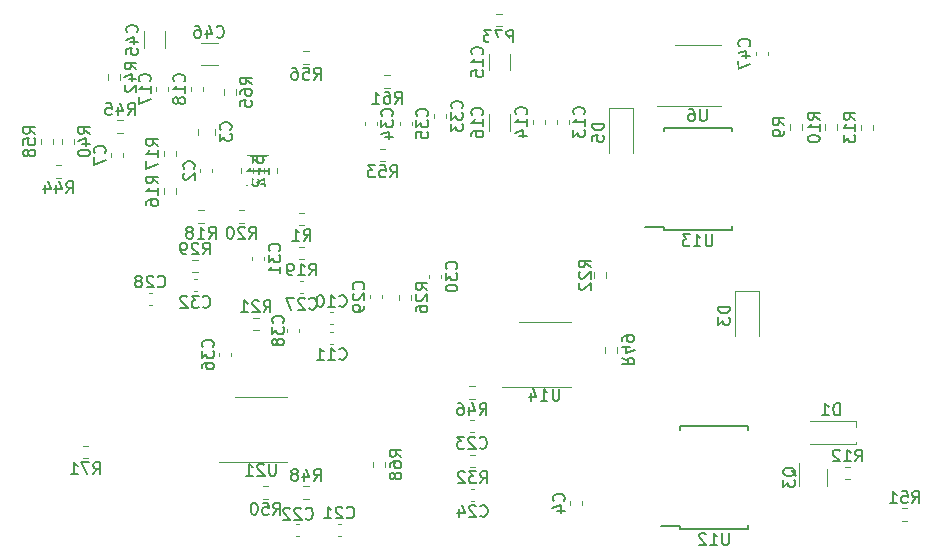
<source format=gbo>
G04 #@! TF.GenerationSoftware,KiCad,Pcbnew,(5.1.12-1-10_14)*
G04 #@! TF.CreationDate,2022-04-11T16:53:27-05:00*
G04 #@! TF.ProjectId,bath_clamp,62617468-5f63-46c6-916d-702e6b696361,rev?*
G04 #@! TF.SameCoordinates,Original*
G04 #@! TF.FileFunction,Legend,Bot*
G04 #@! TF.FilePolarity,Positive*
%FSLAX46Y46*%
G04 Gerber Fmt 4.6, Leading zero omitted, Abs format (unit mm)*
G04 Created by KiCad (PCBNEW (5.1.12-1-10_14)) date 2022-04-11 16:53:27*
%MOMM*%
%LPD*%
G01*
G04 APERTURE LIST*
%ADD10C,0.120000*%
%ADD11C,0.150000*%
%ADD12C,5.600000*%
%ADD13C,1.500000*%
%ADD14O,1.700000X1.700000*%
%ADD15R,1.700000X1.700000*%
%ADD16R,1.200000X1.200000*%
%ADD17C,1.200000*%
%ADD18C,2.153200*%
%ADD19C,2.082800*%
%ADD20R,1.100000X1.100000*%
%ADD21C,5.599999*%
%ADD22R,0.400000X0.650000*%
%ADD23R,1.750000X0.450000*%
G04 APERTURE END LIST*
D10*
X41901342Y46496500D02*
X42375858Y46496500D01*
X41901342Y45451500D02*
X42375858Y45451500D01*
X31481500Y8081242D02*
X31481500Y8555758D01*
X32526500Y8081242D02*
X32526500Y8555758D01*
X16651300Y36238548D02*
X16651300Y36761052D01*
X18121300Y36238548D02*
X18121300Y36761052D01*
X64911700Y43244380D02*
X64911700Y42963220D01*
X63891700Y43244380D02*
X63891700Y42963220D01*
X18832300Y39628042D02*
X18832300Y40102558D01*
X19877300Y39628042D02*
X19877300Y40102558D01*
X18326152Y42155700D02*
X16903648Y42155700D01*
X18326152Y43975700D02*
X16903648Y43975700D01*
X13889400Y44983452D02*
X13889400Y43560948D01*
X12069400Y44983452D02*
X12069400Y43560948D01*
X46024800Y20375300D02*
X48224800Y20375300D01*
X46024800Y20375300D02*
X43824800Y20375300D01*
X46024800Y14905300D02*
X48224800Y14905300D01*
X46024800Y14905300D02*
X42424800Y14905300D01*
X33691300Y22229042D02*
X33691300Y22703558D01*
X34736300Y22229042D02*
X34736300Y22703558D01*
X50201300Y24134042D02*
X50201300Y24608558D01*
X51246300Y24134042D02*
X51246300Y24608558D01*
X21814558Y19721300D02*
X21340042Y19721300D01*
X21814558Y20766300D02*
X21340042Y20766300D01*
X25213542Y26735300D02*
X25688058Y26735300D01*
X25213542Y25690300D02*
X25688058Y25690300D01*
X16704542Y29846800D02*
X17179058Y29846800D01*
X16704542Y28801800D02*
X17179058Y28801800D01*
X71916058Y7084800D02*
X71441542Y7084800D01*
X71916058Y8129800D02*
X71441542Y8129800D01*
X51501800Y38509300D02*
X51501800Y34659300D01*
X53501800Y38509300D02*
X53501800Y34659300D01*
X51501800Y38509300D02*
X53501800Y38509300D01*
X62169800Y23015300D02*
X62169800Y19165300D01*
X64169800Y23015300D02*
X64169800Y19165300D01*
X62169800Y23015300D02*
X64169800Y23015300D01*
X72357800Y12036300D02*
X68507800Y12036300D01*
X72357800Y10036300D02*
X68507800Y10036300D01*
X72357800Y12036300D02*
X72357800Y10036300D01*
X6925542Y8862800D02*
X7400058Y8862800D01*
X6925542Y9907800D02*
X7400058Y9907800D01*
X25594542Y42263800D02*
X26069058Y42263800D01*
X25594542Y43308800D02*
X26069058Y43308800D01*
X20133542Y28801800D02*
X20608058Y28801800D01*
X20133542Y29846800D02*
X20608058Y29846800D01*
X25213542Y28611300D02*
X25688058Y28611300D01*
X25213542Y29656300D02*
X25688058Y29656300D01*
X39691542Y9145800D02*
X40166058Y9145800D01*
X39691542Y8100800D02*
X40166058Y8100800D01*
X76742058Y3566900D02*
X76267542Y3566900D01*
X76742058Y4611900D02*
X76267542Y4611900D01*
X22165542Y6478800D02*
X22640058Y6478800D01*
X22165542Y5433800D02*
X22640058Y5433800D01*
X51090300Y17784042D02*
X51090300Y18258558D01*
X52135300Y17784042D02*
X52135300Y18258558D01*
X26069058Y5433800D02*
X25594542Y5433800D01*
X26069058Y6478800D02*
X25594542Y6478800D01*
X39634042Y14928300D02*
X40108558Y14928300D01*
X39634042Y13883300D02*
X40108558Y13883300D01*
X10321058Y36421800D02*
X9846542Y36421800D01*
X10321058Y37466800D02*
X9846542Y37466800D01*
X9053300Y40898042D02*
X9053300Y41372558D01*
X10098300Y40898042D02*
X10098300Y41372558D01*
X67597800Y6526300D02*
X67597800Y8426300D01*
X69917800Y7926300D02*
X69917800Y6526300D01*
X25591380Y23865300D02*
X25310220Y23865300D01*
X25591380Y22845300D02*
X25310220Y22845300D01*
X22021800Y8555300D02*
X18421800Y8555300D01*
X22021800Y8555300D02*
X24221800Y8555300D01*
X22021800Y14025300D02*
X19821800Y14025300D01*
X22021800Y14025300D02*
X24221800Y14025300D01*
X3338300Y35911558D02*
X3338300Y35437042D01*
X4383300Y35911558D02*
X4383300Y35437042D01*
X39724720Y12054300D02*
X40005880Y12054300D01*
X39724720Y11034300D02*
X40005880Y11034300D01*
X39788220Y6275800D02*
X40069380Y6275800D01*
X39788220Y5255800D02*
X40069380Y5255800D01*
X5114058Y32611800D02*
X4639542Y32611800D01*
X5114058Y33656800D02*
X4639542Y33656800D01*
X5116300Y35437042D02*
X5116300Y35911558D01*
X6161300Y35437042D02*
X6161300Y35911558D01*
X24242300Y19531720D02*
X24242300Y19812880D01*
X25262300Y19531720D02*
X25262300Y19812880D01*
X19483800Y17780880D02*
X19483800Y17499720D01*
X18463800Y17780880D02*
X18463800Y17499720D01*
X32452542Y40231800D02*
X32927058Y40231800D01*
X32452542Y41276800D02*
X32927058Y41276800D01*
X32071542Y34008800D02*
X32546058Y34008800D01*
X32071542Y35053800D02*
X32546058Y35053800D01*
X34787300Y37057720D02*
X34787300Y37338880D01*
X33767300Y37057720D02*
X33767300Y37338880D01*
X31802800Y37057720D02*
X31802800Y37338880D01*
X30782800Y37057720D02*
X30782800Y37338880D01*
X37644800Y37692720D02*
X37644800Y37973880D01*
X36624800Y37692720D02*
X36624800Y37973880D01*
X16293220Y22972300D02*
X16574380Y22972300D01*
X16293220Y23992300D02*
X16574380Y23992300D01*
X22277800Y25627720D02*
X22277800Y25908880D01*
X21257800Y25627720D02*
X21257800Y25908880D01*
X37263800Y24103720D02*
X37263800Y24384880D01*
X36243800Y24103720D02*
X36243800Y24384880D01*
X31227300Y22670380D02*
X31227300Y22389220D01*
X32247300Y22670380D02*
X32247300Y22389220D01*
X12764380Y22849300D02*
X12483220Y22849300D01*
X12764380Y21829300D02*
X12483220Y21829300D01*
D11*
X56103800Y28399300D02*
X54503800Y28399300D01*
X56103800Y36824300D02*
X61853800Y36824300D01*
X56103800Y28174300D02*
X61853800Y28174300D01*
X56103800Y36824300D02*
X56103800Y36524300D01*
X61853800Y36824300D02*
X61853800Y36524300D01*
X61853800Y28174300D02*
X61853800Y28474300D01*
X56103800Y28174300D02*
X56103800Y28399300D01*
X57500800Y3126300D02*
X55900800Y3126300D01*
X57500800Y11551300D02*
X63250800Y11551300D01*
X57500800Y2901300D02*
X63250800Y2901300D01*
X57500800Y11551300D02*
X57500800Y11251300D01*
X63250800Y11551300D02*
X63250800Y11251300D01*
X63250800Y2901300D02*
X63250800Y3201300D01*
X57500800Y2901300D02*
X57500800Y3126300D01*
D10*
X58978800Y38702300D02*
X55528800Y38702300D01*
X58978800Y38702300D02*
X60928800Y38702300D01*
X58978800Y43822300D02*
X57028800Y43822300D01*
X58978800Y43822300D02*
X60928800Y43822300D01*
X16671058Y24610800D02*
X16196542Y24610800D01*
X16671058Y25655800D02*
X16196542Y25655800D01*
X14797300Y34895558D02*
X14797300Y34421042D01*
X13752300Y34895558D02*
X13752300Y34421042D01*
X14797300Y31720558D02*
X14797300Y31246042D01*
X13752300Y31720558D02*
X13752300Y31246042D01*
X23322500Y33437258D02*
X23322500Y32962742D01*
X22277500Y33437258D02*
X22277500Y32962742D01*
X20277500Y32962742D02*
X20277500Y33437258D01*
X21322500Y32962742D02*
X21322500Y33437258D01*
X73826900Y37105358D02*
X73826900Y36630842D01*
X72781900Y37105358D02*
X72781900Y36630842D01*
X70804300Y37118058D02*
X70804300Y36643542D01*
X69759300Y37118058D02*
X69759300Y36643542D01*
X67819800Y37118058D02*
X67819800Y36643542D01*
X66774800Y37118058D02*
X66774800Y36643542D01*
X24929220Y3291300D02*
X25210380Y3291300D01*
X24929220Y2271300D02*
X25210380Y2271300D01*
X28766380Y2271300D02*
X28485220Y2271300D01*
X28766380Y3291300D02*
X28485220Y3291300D01*
X17070800Y40259880D02*
X17070800Y39978720D01*
X16050800Y40259880D02*
X16050800Y39978720D01*
X14149800Y40259880D02*
X14149800Y39978720D01*
X13129800Y40259880D02*
X13129800Y39978720D01*
X43124800Y37987552D02*
X43124800Y36565048D01*
X41304800Y37987552D02*
X41304800Y36565048D01*
X43124800Y43116552D02*
X43124800Y41694048D01*
X41304800Y43116552D02*
X41304800Y41694048D01*
X46026800Y37465880D02*
X46026800Y37184720D01*
X45006800Y37465880D02*
X45006800Y37184720D01*
X47038800Y37184720D02*
X47038800Y37465880D01*
X48058800Y37184720D02*
X48058800Y37465880D01*
X28131380Y18527300D02*
X27850220Y18527300D01*
X28131380Y19547300D02*
X27850220Y19547300D01*
X28131380Y20178300D02*
X27850220Y20178300D01*
X28131380Y21198300D02*
X27850220Y21198300D01*
X10339800Y34671880D02*
X10339800Y34390720D01*
X9319800Y34671880D02*
X9319800Y34390720D01*
X49201800Y5207880D02*
X49201800Y4926720D01*
X48181800Y5207880D02*
X48181800Y4926720D01*
X17896300Y33338380D02*
X17896300Y33057220D01*
X16876300Y33338380D02*
X16876300Y33057220D01*
D11*
X42781457Y44091619D02*
X43114790Y44567809D01*
X43352885Y44091619D02*
X43352885Y45091619D01*
X42971933Y45091619D01*
X42876695Y45044000D01*
X42829076Y44996380D01*
X42781457Y44901142D01*
X42781457Y44758285D01*
X42829076Y44663047D01*
X42876695Y44615428D01*
X42971933Y44567809D01*
X43352885Y44567809D01*
X42448123Y45091619D02*
X41781457Y45091619D01*
X42210028Y44091619D01*
X41495742Y45091619D02*
X40876695Y45091619D01*
X41210028Y44710666D01*
X41067171Y44710666D01*
X40971933Y44663047D01*
X40924314Y44615428D01*
X40876695Y44520190D01*
X40876695Y44282095D01*
X40924314Y44186857D01*
X40971933Y44139238D01*
X41067171Y44091619D01*
X41352885Y44091619D01*
X41448123Y44139238D01*
X41495742Y44186857D01*
X33886380Y8961357D02*
X33410190Y9294690D01*
X33886380Y9532785D02*
X32886380Y9532785D01*
X32886380Y9151833D01*
X32934000Y9056595D01*
X32981619Y9008976D01*
X33076857Y8961357D01*
X33219714Y8961357D01*
X33314952Y9008976D01*
X33362571Y9056595D01*
X33410190Y9151833D01*
X33410190Y9532785D01*
X32886380Y8104214D02*
X32886380Y8294690D01*
X32934000Y8389928D01*
X32981619Y8437547D01*
X33124476Y8532785D01*
X33314952Y8580404D01*
X33695904Y8580404D01*
X33791142Y8532785D01*
X33838761Y8485166D01*
X33886380Y8389928D01*
X33886380Y8199452D01*
X33838761Y8104214D01*
X33791142Y8056595D01*
X33695904Y8008976D01*
X33457809Y8008976D01*
X33362571Y8056595D01*
X33314952Y8104214D01*
X33267333Y8199452D01*
X33267333Y8389928D01*
X33314952Y8485166D01*
X33362571Y8532785D01*
X33457809Y8580404D01*
X33314952Y7437547D02*
X33267333Y7532785D01*
X33219714Y7580404D01*
X33124476Y7628023D01*
X33076857Y7628023D01*
X32981619Y7580404D01*
X32934000Y7532785D01*
X32886380Y7437547D01*
X32886380Y7247071D01*
X32934000Y7151833D01*
X32981619Y7104214D01*
X33076857Y7056595D01*
X33124476Y7056595D01*
X33219714Y7104214D01*
X33267333Y7151833D01*
X33314952Y7247071D01*
X33314952Y7437547D01*
X33362571Y7532785D01*
X33410190Y7580404D01*
X33505428Y7628023D01*
X33695904Y7628023D01*
X33791142Y7580404D01*
X33838761Y7532785D01*
X33886380Y7437547D01*
X33886380Y7247071D01*
X33838761Y7151833D01*
X33791142Y7104214D01*
X33695904Y7056595D01*
X33505428Y7056595D01*
X33410190Y7104214D01*
X33362571Y7151833D01*
X33314952Y7247071D01*
X19423442Y36666466D02*
X19471061Y36714085D01*
X19518680Y36856942D01*
X19518680Y36952180D01*
X19471061Y37095038D01*
X19375823Y37190276D01*
X19280585Y37237895D01*
X19090109Y37285514D01*
X18947252Y37285514D01*
X18756776Y37237895D01*
X18661538Y37190276D01*
X18566300Y37095038D01*
X18518680Y36952180D01*
X18518680Y36856942D01*
X18566300Y36714085D01*
X18613919Y36666466D01*
X18518680Y36333133D02*
X18518680Y35714085D01*
X18899633Y36047419D01*
X18899633Y35904561D01*
X18947252Y35809323D01*
X18994871Y35761704D01*
X19090109Y35714085D01*
X19328204Y35714085D01*
X19423442Y35761704D01*
X19471061Y35809323D01*
X19518680Y35904561D01*
X19518680Y36190276D01*
X19471061Y36285514D01*
X19423442Y36333133D01*
X63328842Y43746657D02*
X63376461Y43794276D01*
X63424080Y43937133D01*
X63424080Y44032371D01*
X63376461Y44175228D01*
X63281223Y44270466D01*
X63185985Y44318085D01*
X62995509Y44365704D01*
X62852652Y44365704D01*
X62662176Y44318085D01*
X62566938Y44270466D01*
X62471700Y44175228D01*
X62424080Y44032371D01*
X62424080Y43937133D01*
X62471700Y43794276D01*
X62519319Y43746657D01*
X62757414Y42889514D02*
X63424080Y42889514D01*
X62376461Y43127609D02*
X63090747Y43365704D01*
X63090747Y42746657D01*
X62424080Y42460942D02*
X62424080Y41794276D01*
X63424080Y42222847D01*
X21237180Y40508157D02*
X20760990Y40841490D01*
X21237180Y41079585D02*
X20237180Y41079585D01*
X20237180Y40698633D01*
X20284800Y40603395D01*
X20332419Y40555776D01*
X20427657Y40508157D01*
X20570514Y40508157D01*
X20665752Y40555776D01*
X20713371Y40603395D01*
X20760990Y40698633D01*
X20760990Y41079585D01*
X20237180Y39651014D02*
X20237180Y39841490D01*
X20284800Y39936728D01*
X20332419Y39984347D01*
X20475276Y40079585D01*
X20665752Y40127204D01*
X21046704Y40127204D01*
X21141942Y40079585D01*
X21189561Y40031966D01*
X21237180Y39936728D01*
X21237180Y39746252D01*
X21189561Y39651014D01*
X21141942Y39603395D01*
X21046704Y39555776D01*
X20808609Y39555776D01*
X20713371Y39603395D01*
X20665752Y39651014D01*
X20618133Y39746252D01*
X20618133Y39936728D01*
X20665752Y40031966D01*
X20713371Y40079585D01*
X20808609Y40127204D01*
X20237180Y38651014D02*
X20237180Y39127204D01*
X20713371Y39174823D01*
X20665752Y39127204D01*
X20618133Y39031966D01*
X20618133Y38793871D01*
X20665752Y38698633D01*
X20713371Y38651014D01*
X20808609Y38603395D01*
X21046704Y38603395D01*
X21141942Y38651014D01*
X21189561Y38698633D01*
X21237180Y38793871D01*
X21237180Y39031966D01*
X21189561Y39127204D01*
X21141942Y39174823D01*
X18257757Y44558557D02*
X18305376Y44510938D01*
X18448233Y44463319D01*
X18543471Y44463319D01*
X18686328Y44510938D01*
X18781566Y44606176D01*
X18829185Y44701414D01*
X18876804Y44891890D01*
X18876804Y45034747D01*
X18829185Y45225223D01*
X18781566Y45320461D01*
X18686328Y45415700D01*
X18543471Y45463319D01*
X18448233Y45463319D01*
X18305376Y45415700D01*
X18257757Y45368080D01*
X17400614Y45129985D02*
X17400614Y44463319D01*
X17638709Y45510938D02*
X17876804Y44796652D01*
X17257757Y44796652D01*
X16448233Y45463319D02*
X16638709Y45463319D01*
X16733947Y45415700D01*
X16781566Y45368080D01*
X16876804Y45225223D01*
X16924423Y45034747D01*
X16924423Y44653795D01*
X16876804Y44558557D01*
X16829185Y44510938D01*
X16733947Y44463319D01*
X16543471Y44463319D01*
X16448233Y44510938D01*
X16400614Y44558557D01*
X16352995Y44653795D01*
X16352995Y44891890D01*
X16400614Y44987128D01*
X16448233Y45034747D01*
X16543471Y45082366D01*
X16733947Y45082366D01*
X16829185Y45034747D01*
X16876804Y44987128D01*
X16924423Y44891890D01*
X11486542Y44915057D02*
X11534161Y44962676D01*
X11581780Y45105533D01*
X11581780Y45200771D01*
X11534161Y45343628D01*
X11438923Y45438866D01*
X11343685Y45486485D01*
X11153209Y45534104D01*
X11010352Y45534104D01*
X10819876Y45486485D01*
X10724638Y45438866D01*
X10629400Y45343628D01*
X10581780Y45200771D01*
X10581780Y45105533D01*
X10629400Y44962676D01*
X10677019Y44915057D01*
X10915114Y44057914D02*
X11581780Y44057914D01*
X10534161Y44296009D02*
X11248447Y44534104D01*
X11248447Y43915057D01*
X10581780Y43057914D02*
X10581780Y43534104D01*
X11057971Y43581723D01*
X11010352Y43534104D01*
X10962733Y43438866D01*
X10962733Y43200771D01*
X11010352Y43105533D01*
X11057971Y43057914D01*
X11153209Y43010295D01*
X11391304Y43010295D01*
X11486542Y43057914D01*
X11534161Y43105533D01*
X11581780Y43200771D01*
X11581780Y43438866D01*
X11534161Y43534104D01*
X11486542Y43581723D01*
X47262895Y14737919D02*
X47262895Y13928395D01*
X47215276Y13833157D01*
X47167657Y13785538D01*
X47072419Y13737919D01*
X46881942Y13737919D01*
X46786704Y13785538D01*
X46739085Y13833157D01*
X46691466Y13928395D01*
X46691466Y14737919D01*
X45691466Y13737919D02*
X46262895Y13737919D01*
X45977180Y13737919D02*
X45977180Y14737919D01*
X46072419Y14595061D01*
X46167657Y14499823D01*
X46262895Y14452204D01*
X44834323Y14404585D02*
X44834323Y13737919D01*
X45072419Y14785538D02*
X45310514Y14071252D01*
X44691466Y14071252D01*
X36096180Y23109157D02*
X35619990Y23442490D01*
X36096180Y23680585D02*
X35096180Y23680585D01*
X35096180Y23299633D01*
X35143800Y23204395D01*
X35191419Y23156776D01*
X35286657Y23109157D01*
X35429514Y23109157D01*
X35524752Y23156776D01*
X35572371Y23204395D01*
X35619990Y23299633D01*
X35619990Y23680585D01*
X35191419Y22728204D02*
X35143800Y22680585D01*
X35096180Y22585347D01*
X35096180Y22347252D01*
X35143800Y22252014D01*
X35191419Y22204395D01*
X35286657Y22156776D01*
X35381895Y22156776D01*
X35524752Y22204395D01*
X36096180Y22775823D01*
X36096180Y22156776D01*
X35096180Y21299633D02*
X35096180Y21490109D01*
X35143800Y21585347D01*
X35191419Y21632966D01*
X35334276Y21728204D01*
X35524752Y21775823D01*
X35905704Y21775823D01*
X36000942Y21728204D01*
X36048561Y21680585D01*
X36096180Y21585347D01*
X36096180Y21394871D01*
X36048561Y21299633D01*
X36000942Y21252014D01*
X35905704Y21204395D01*
X35667609Y21204395D01*
X35572371Y21252014D01*
X35524752Y21299633D01*
X35477133Y21394871D01*
X35477133Y21585347D01*
X35524752Y21680585D01*
X35572371Y21728204D01*
X35667609Y21775823D01*
X49906180Y25014157D02*
X49429990Y25347490D01*
X49906180Y25585585D02*
X48906180Y25585585D01*
X48906180Y25204633D01*
X48953800Y25109395D01*
X49001419Y25061776D01*
X49096657Y25014157D01*
X49239514Y25014157D01*
X49334752Y25061776D01*
X49382371Y25109395D01*
X49429990Y25204633D01*
X49429990Y25585585D01*
X49001419Y24633204D02*
X48953800Y24585585D01*
X48906180Y24490347D01*
X48906180Y24252252D01*
X48953800Y24157014D01*
X49001419Y24109395D01*
X49096657Y24061776D01*
X49191895Y24061776D01*
X49334752Y24109395D01*
X49906180Y24680823D01*
X49906180Y24061776D01*
X49001419Y23680823D02*
X48953800Y23633204D01*
X48906180Y23537966D01*
X48906180Y23299871D01*
X48953800Y23204633D01*
X49001419Y23157014D01*
X49096657Y23109395D01*
X49191895Y23109395D01*
X49334752Y23157014D01*
X49906180Y23728442D01*
X49906180Y23109395D01*
X22220157Y21221419D02*
X22553490Y21697609D01*
X22791585Y21221419D02*
X22791585Y22221419D01*
X22410633Y22221419D01*
X22315395Y22173800D01*
X22267776Y22126180D01*
X22220157Y22030942D01*
X22220157Y21888085D01*
X22267776Y21792847D01*
X22315395Y21745228D01*
X22410633Y21697609D01*
X22791585Y21697609D01*
X21839204Y22126180D02*
X21791585Y22173800D01*
X21696347Y22221419D01*
X21458252Y22221419D01*
X21363014Y22173800D01*
X21315395Y22126180D01*
X21267776Y22030942D01*
X21267776Y21935704D01*
X21315395Y21792847D01*
X21886823Y21221419D01*
X21267776Y21221419D01*
X20315395Y21221419D02*
X20886823Y21221419D01*
X20601109Y21221419D02*
X20601109Y22221419D01*
X20696347Y22078561D01*
X20791585Y21983323D01*
X20886823Y21935704D01*
X26093657Y24330419D02*
X26426990Y24806609D01*
X26665085Y24330419D02*
X26665085Y25330419D01*
X26284133Y25330419D01*
X26188895Y25282800D01*
X26141276Y25235180D01*
X26093657Y25139942D01*
X26093657Y24997085D01*
X26141276Y24901847D01*
X26188895Y24854228D01*
X26284133Y24806609D01*
X26665085Y24806609D01*
X25141276Y24330419D02*
X25712704Y24330419D01*
X25426990Y24330419D02*
X25426990Y25330419D01*
X25522228Y25187561D01*
X25617466Y25092323D01*
X25712704Y25044704D01*
X24665085Y24330419D02*
X24474609Y24330419D01*
X24379371Y24378038D01*
X24331752Y24425657D01*
X24236514Y24568514D01*
X24188895Y24758990D01*
X24188895Y25139942D01*
X24236514Y25235180D01*
X24284133Y25282800D01*
X24379371Y25330419D01*
X24569847Y25330419D01*
X24665085Y25282800D01*
X24712704Y25235180D01*
X24760323Y25139942D01*
X24760323Y24901847D01*
X24712704Y24806609D01*
X24665085Y24758990D01*
X24569847Y24711371D01*
X24379371Y24711371D01*
X24284133Y24758990D01*
X24236514Y24806609D01*
X24188895Y24901847D01*
X17584657Y27441919D02*
X17917990Y27918109D01*
X18156085Y27441919D02*
X18156085Y28441919D01*
X17775133Y28441919D01*
X17679895Y28394300D01*
X17632276Y28346680D01*
X17584657Y28251442D01*
X17584657Y28108585D01*
X17632276Y28013347D01*
X17679895Y27965728D01*
X17775133Y27918109D01*
X18156085Y27918109D01*
X16632276Y27441919D02*
X17203704Y27441919D01*
X16917990Y27441919D02*
X16917990Y28441919D01*
X17013228Y28299061D01*
X17108466Y28203823D01*
X17203704Y28156204D01*
X16060847Y28013347D02*
X16156085Y28060966D01*
X16203704Y28108585D01*
X16251323Y28203823D01*
X16251323Y28251442D01*
X16203704Y28346680D01*
X16156085Y28394300D01*
X16060847Y28441919D01*
X15870371Y28441919D01*
X15775133Y28394300D01*
X15727514Y28346680D01*
X15679895Y28251442D01*
X15679895Y28203823D01*
X15727514Y28108585D01*
X15775133Y28060966D01*
X15870371Y28013347D01*
X16060847Y28013347D01*
X16156085Y27965728D01*
X16203704Y27918109D01*
X16251323Y27822871D01*
X16251323Y27632395D01*
X16203704Y27537157D01*
X16156085Y27489538D01*
X16060847Y27441919D01*
X15870371Y27441919D01*
X15775133Y27489538D01*
X15727514Y27537157D01*
X15679895Y27632395D01*
X15679895Y27822871D01*
X15727514Y27918109D01*
X15775133Y27965728D01*
X15870371Y28013347D01*
X72321657Y8584919D02*
X72654990Y9061109D01*
X72893085Y8584919D02*
X72893085Y9584919D01*
X72512133Y9584919D01*
X72416895Y9537300D01*
X72369276Y9489680D01*
X72321657Y9394442D01*
X72321657Y9251585D01*
X72369276Y9156347D01*
X72416895Y9108728D01*
X72512133Y9061109D01*
X72893085Y9061109D01*
X71369276Y8584919D02*
X71940704Y8584919D01*
X71654990Y8584919D02*
X71654990Y9584919D01*
X71750228Y9442061D01*
X71845466Y9346823D01*
X71940704Y9299204D01*
X70988323Y9489680D02*
X70940704Y9537300D01*
X70845466Y9584919D01*
X70607371Y9584919D01*
X70512133Y9537300D01*
X70464514Y9489680D01*
X70416895Y9394442D01*
X70416895Y9299204D01*
X70464514Y9156347D01*
X71035942Y8584919D01*
X70416895Y8584919D01*
X51049180Y37174395D02*
X50049180Y37174395D01*
X50049180Y36936300D01*
X50096800Y36793442D01*
X50192038Y36698204D01*
X50287276Y36650585D01*
X50477752Y36602966D01*
X50620609Y36602966D01*
X50811085Y36650585D01*
X50906323Y36698204D01*
X51001561Y36793442D01*
X51049180Y36936300D01*
X51049180Y37174395D01*
X50049180Y35698204D02*
X50049180Y36174395D01*
X50525371Y36222014D01*
X50477752Y36174395D01*
X50430133Y36079157D01*
X50430133Y35841061D01*
X50477752Y35745823D01*
X50525371Y35698204D01*
X50620609Y35650585D01*
X50858704Y35650585D01*
X50953942Y35698204D01*
X51001561Y35745823D01*
X51049180Y35841061D01*
X51049180Y36079157D01*
X51001561Y36174395D01*
X50953942Y36222014D01*
X61717180Y21680395D02*
X60717180Y21680395D01*
X60717180Y21442300D01*
X60764800Y21299442D01*
X60860038Y21204204D01*
X60955276Y21156585D01*
X61145752Y21108966D01*
X61288609Y21108966D01*
X61479085Y21156585D01*
X61574323Y21204204D01*
X61669561Y21299442D01*
X61717180Y21442300D01*
X61717180Y21680395D01*
X60717180Y20775633D02*
X60717180Y20156585D01*
X61098133Y20489919D01*
X61098133Y20347061D01*
X61145752Y20251823D01*
X61193371Y20204204D01*
X61288609Y20156585D01*
X61526704Y20156585D01*
X61621942Y20204204D01*
X61669561Y20251823D01*
X61717180Y20347061D01*
X61717180Y20632776D01*
X61669561Y20728014D01*
X61621942Y20775633D01*
X71022895Y12488919D02*
X71022895Y13488919D01*
X70784800Y13488919D01*
X70641942Y13441300D01*
X70546704Y13346061D01*
X70499085Y13250823D01*
X70451466Y13060347D01*
X70451466Y12917490D01*
X70499085Y12727014D01*
X70546704Y12631776D01*
X70641942Y12536538D01*
X70784800Y12488919D01*
X71022895Y12488919D01*
X69499085Y12488919D02*
X70070514Y12488919D01*
X69784800Y12488919D02*
X69784800Y13488919D01*
X69880038Y13346061D01*
X69975276Y13250823D01*
X70070514Y13203204D01*
X7805657Y7502919D02*
X8138990Y7979109D01*
X8377085Y7502919D02*
X8377085Y8502919D01*
X7996133Y8502919D01*
X7900895Y8455300D01*
X7853276Y8407680D01*
X7805657Y8312442D01*
X7805657Y8169585D01*
X7853276Y8074347D01*
X7900895Y8026728D01*
X7996133Y7979109D01*
X8377085Y7979109D01*
X7472323Y8502919D02*
X6805657Y8502919D01*
X7234228Y7502919D01*
X5900895Y7502919D02*
X6472323Y7502919D01*
X6186609Y7502919D02*
X6186609Y8502919D01*
X6281847Y8360061D01*
X6377085Y8264823D01*
X6472323Y8217204D01*
X26474657Y40903919D02*
X26807990Y41380109D01*
X27046085Y40903919D02*
X27046085Y41903919D01*
X26665133Y41903919D01*
X26569895Y41856300D01*
X26522276Y41808680D01*
X26474657Y41713442D01*
X26474657Y41570585D01*
X26522276Y41475347D01*
X26569895Y41427728D01*
X26665133Y41380109D01*
X27046085Y41380109D01*
X25569895Y41903919D02*
X26046085Y41903919D01*
X26093704Y41427728D01*
X26046085Y41475347D01*
X25950847Y41522966D01*
X25712752Y41522966D01*
X25617514Y41475347D01*
X25569895Y41427728D01*
X25522276Y41332490D01*
X25522276Y41094395D01*
X25569895Y40999157D01*
X25617514Y40951538D01*
X25712752Y40903919D01*
X25950847Y40903919D01*
X26046085Y40951538D01*
X26093704Y40999157D01*
X24665133Y41903919D02*
X24855609Y41903919D01*
X24950847Y41856300D01*
X24998466Y41808680D01*
X25093704Y41665823D01*
X25141323Y41475347D01*
X25141323Y41094395D01*
X25093704Y40999157D01*
X25046085Y40951538D01*
X24950847Y40903919D01*
X24760371Y40903919D01*
X24665133Y40951538D01*
X24617514Y40999157D01*
X24569895Y41094395D01*
X24569895Y41332490D01*
X24617514Y41427728D01*
X24665133Y41475347D01*
X24760371Y41522966D01*
X24950847Y41522966D01*
X25046085Y41475347D01*
X25093704Y41427728D01*
X25141323Y41332490D01*
X21013657Y27441919D02*
X21346990Y27918109D01*
X21585085Y27441919D02*
X21585085Y28441919D01*
X21204133Y28441919D01*
X21108895Y28394300D01*
X21061276Y28346680D01*
X21013657Y28251442D01*
X21013657Y28108585D01*
X21061276Y28013347D01*
X21108895Y27965728D01*
X21204133Y27918109D01*
X21585085Y27918109D01*
X20632704Y28346680D02*
X20585085Y28394300D01*
X20489847Y28441919D01*
X20251752Y28441919D01*
X20156514Y28394300D01*
X20108895Y28346680D01*
X20061276Y28251442D01*
X20061276Y28156204D01*
X20108895Y28013347D01*
X20680323Y27441919D01*
X20061276Y27441919D01*
X19442228Y28441919D02*
X19346990Y28441919D01*
X19251752Y28394300D01*
X19204133Y28346680D01*
X19156514Y28251442D01*
X19108895Y28060966D01*
X19108895Y27822871D01*
X19156514Y27632395D01*
X19204133Y27537157D01*
X19251752Y27489538D01*
X19346990Y27441919D01*
X19442228Y27441919D01*
X19537466Y27489538D01*
X19585085Y27537157D01*
X19632704Y27632395D01*
X19680323Y27822871D01*
X19680323Y28060966D01*
X19632704Y28251442D01*
X19585085Y28346680D01*
X19537466Y28394300D01*
X19442228Y28441919D01*
X25617466Y27251419D02*
X25950800Y27727609D01*
X26188895Y27251419D02*
X26188895Y28251419D01*
X25807942Y28251419D01*
X25712704Y28203800D01*
X25665085Y28156180D01*
X25617466Y28060942D01*
X25617466Y27918085D01*
X25665085Y27822847D01*
X25712704Y27775228D01*
X25807942Y27727609D01*
X26188895Y27727609D01*
X24665085Y27251419D02*
X25236514Y27251419D01*
X24950800Y27251419D02*
X24950800Y28251419D01*
X25046038Y28108561D01*
X25141276Y28013323D01*
X25236514Y27965704D01*
X40571657Y6740919D02*
X40904990Y7217109D01*
X41143085Y6740919D02*
X41143085Y7740919D01*
X40762133Y7740919D01*
X40666895Y7693300D01*
X40619276Y7645680D01*
X40571657Y7550442D01*
X40571657Y7407585D01*
X40619276Y7312347D01*
X40666895Y7264728D01*
X40762133Y7217109D01*
X41143085Y7217109D01*
X40238323Y7740919D02*
X39619276Y7740919D01*
X39952609Y7359966D01*
X39809752Y7359966D01*
X39714514Y7312347D01*
X39666895Y7264728D01*
X39619276Y7169490D01*
X39619276Y6931395D01*
X39666895Y6836157D01*
X39714514Y6788538D01*
X39809752Y6740919D01*
X40095466Y6740919D01*
X40190704Y6788538D01*
X40238323Y6836157D01*
X39238323Y7645680D02*
X39190704Y7693300D01*
X39095466Y7740919D01*
X38857371Y7740919D01*
X38762133Y7693300D01*
X38714514Y7645680D01*
X38666895Y7550442D01*
X38666895Y7455204D01*
X38714514Y7312347D01*
X39285942Y6740919D01*
X38666895Y6740919D01*
X77147657Y5067019D02*
X77480990Y5543209D01*
X77719085Y5067019D02*
X77719085Y6067019D01*
X77338133Y6067019D01*
X77242895Y6019400D01*
X77195276Y5971780D01*
X77147657Y5876542D01*
X77147657Y5733685D01*
X77195276Y5638447D01*
X77242895Y5590828D01*
X77338133Y5543209D01*
X77719085Y5543209D01*
X76242895Y6067019D02*
X76719085Y6067019D01*
X76766704Y5590828D01*
X76719085Y5638447D01*
X76623847Y5686066D01*
X76385752Y5686066D01*
X76290514Y5638447D01*
X76242895Y5590828D01*
X76195276Y5495590D01*
X76195276Y5257495D01*
X76242895Y5162257D01*
X76290514Y5114638D01*
X76385752Y5067019D01*
X76623847Y5067019D01*
X76719085Y5114638D01*
X76766704Y5162257D01*
X75242895Y5067019D02*
X75814323Y5067019D01*
X75528609Y5067019D02*
X75528609Y6067019D01*
X75623847Y5924161D01*
X75719085Y5828923D01*
X75814323Y5781304D01*
X23045657Y4073919D02*
X23378990Y4550109D01*
X23617085Y4073919D02*
X23617085Y5073919D01*
X23236133Y5073919D01*
X23140895Y5026300D01*
X23093276Y4978680D01*
X23045657Y4883442D01*
X23045657Y4740585D01*
X23093276Y4645347D01*
X23140895Y4597728D01*
X23236133Y4550109D01*
X23617085Y4550109D01*
X22140895Y5073919D02*
X22617085Y5073919D01*
X22664704Y4597728D01*
X22617085Y4645347D01*
X22521847Y4692966D01*
X22283752Y4692966D01*
X22188514Y4645347D01*
X22140895Y4597728D01*
X22093276Y4502490D01*
X22093276Y4264395D01*
X22140895Y4169157D01*
X22188514Y4121538D01*
X22283752Y4073919D01*
X22521847Y4073919D01*
X22617085Y4121538D01*
X22664704Y4169157D01*
X21474228Y5073919D02*
X21378990Y5073919D01*
X21283752Y5026300D01*
X21236133Y4978680D01*
X21188514Y4883442D01*
X21140895Y4692966D01*
X21140895Y4454871D01*
X21188514Y4264395D01*
X21236133Y4169157D01*
X21283752Y4121538D01*
X21378990Y4073919D01*
X21474228Y4073919D01*
X21569466Y4121538D01*
X21617085Y4169157D01*
X21664704Y4264395D01*
X21712323Y4454871D01*
X21712323Y4692966D01*
X21664704Y4883442D01*
X21617085Y4978680D01*
X21569466Y5026300D01*
X21474228Y5073919D01*
X52590419Y17378442D02*
X53066609Y17045109D01*
X52590419Y16807014D02*
X53590419Y16807014D01*
X53590419Y17187966D01*
X53542800Y17283204D01*
X53495180Y17330823D01*
X53399942Y17378442D01*
X53257085Y17378442D01*
X53161847Y17330823D01*
X53114228Y17283204D01*
X53066609Y17187966D01*
X53066609Y16807014D01*
X53257085Y18235585D02*
X52590419Y18235585D01*
X53638038Y17997490D02*
X52923752Y17759395D01*
X52923752Y18378442D01*
X52590419Y18807014D02*
X52590419Y18997490D01*
X52638038Y19092728D01*
X52685657Y19140347D01*
X52828514Y19235585D01*
X53018990Y19283204D01*
X53399942Y19283204D01*
X53495180Y19235585D01*
X53542800Y19187966D01*
X53590419Y19092728D01*
X53590419Y18902252D01*
X53542800Y18807014D01*
X53495180Y18759395D01*
X53399942Y18711776D01*
X53161847Y18711776D01*
X53066609Y18759395D01*
X53018990Y18807014D01*
X52971371Y18902252D01*
X52971371Y19092728D01*
X53018990Y19187966D01*
X53066609Y19235585D01*
X53161847Y19283204D01*
X26474657Y6933919D02*
X26807990Y7410109D01*
X27046085Y6933919D02*
X27046085Y7933919D01*
X26665133Y7933919D01*
X26569895Y7886300D01*
X26522276Y7838680D01*
X26474657Y7743442D01*
X26474657Y7600585D01*
X26522276Y7505347D01*
X26569895Y7457728D01*
X26665133Y7410109D01*
X27046085Y7410109D01*
X25617514Y7600585D02*
X25617514Y6933919D01*
X25855609Y7981538D02*
X26093704Y7267252D01*
X25474657Y7267252D01*
X24950847Y7505347D02*
X25046085Y7552966D01*
X25093704Y7600585D01*
X25141323Y7695823D01*
X25141323Y7743442D01*
X25093704Y7838680D01*
X25046085Y7886300D01*
X24950847Y7933919D01*
X24760371Y7933919D01*
X24665133Y7886300D01*
X24617514Y7838680D01*
X24569895Y7743442D01*
X24569895Y7695823D01*
X24617514Y7600585D01*
X24665133Y7552966D01*
X24760371Y7505347D01*
X24950847Y7505347D01*
X25046085Y7457728D01*
X25093704Y7410109D01*
X25141323Y7314871D01*
X25141323Y7124395D01*
X25093704Y7029157D01*
X25046085Y6981538D01*
X24950847Y6933919D01*
X24760371Y6933919D01*
X24665133Y6981538D01*
X24617514Y7029157D01*
X24569895Y7124395D01*
X24569895Y7314871D01*
X24617514Y7410109D01*
X24665133Y7457728D01*
X24760371Y7505347D01*
X40514157Y12523419D02*
X40847490Y12999609D01*
X41085585Y12523419D02*
X41085585Y13523419D01*
X40704633Y13523419D01*
X40609395Y13475800D01*
X40561776Y13428180D01*
X40514157Y13332942D01*
X40514157Y13190085D01*
X40561776Y13094847D01*
X40609395Y13047228D01*
X40704633Y12999609D01*
X41085585Y12999609D01*
X39657014Y13190085D02*
X39657014Y12523419D01*
X39895109Y13571038D02*
X40133204Y12856752D01*
X39514157Y12856752D01*
X38704633Y13523419D02*
X38895109Y13523419D01*
X38990347Y13475800D01*
X39037966Y13428180D01*
X39133204Y13285323D01*
X39180823Y13094847D01*
X39180823Y12713895D01*
X39133204Y12618657D01*
X39085585Y12571038D01*
X38990347Y12523419D01*
X38799871Y12523419D01*
X38704633Y12571038D01*
X38657014Y12618657D01*
X38609395Y12713895D01*
X38609395Y12951990D01*
X38657014Y13047228D01*
X38704633Y13094847D01*
X38799871Y13142466D01*
X38990347Y13142466D01*
X39085585Y13094847D01*
X39133204Y13047228D01*
X39180823Y12951990D01*
X10726657Y37921919D02*
X11059990Y38398109D01*
X11298085Y37921919D02*
X11298085Y38921919D01*
X10917133Y38921919D01*
X10821895Y38874300D01*
X10774276Y38826680D01*
X10726657Y38731442D01*
X10726657Y38588585D01*
X10774276Y38493347D01*
X10821895Y38445728D01*
X10917133Y38398109D01*
X11298085Y38398109D01*
X9869514Y38588585D02*
X9869514Y37921919D01*
X10107609Y38969538D02*
X10345704Y38255252D01*
X9726657Y38255252D01*
X8869514Y38921919D02*
X9345704Y38921919D01*
X9393323Y38445728D01*
X9345704Y38493347D01*
X9250466Y38540966D01*
X9012371Y38540966D01*
X8917133Y38493347D01*
X8869514Y38445728D01*
X8821895Y38350490D01*
X8821895Y38112395D01*
X8869514Y38017157D01*
X8917133Y37969538D01*
X9012371Y37921919D01*
X9250466Y37921919D01*
X9345704Y37969538D01*
X9393323Y38017157D01*
X11458180Y41778157D02*
X10981990Y42111490D01*
X11458180Y42349585D02*
X10458180Y42349585D01*
X10458180Y41968633D01*
X10505800Y41873395D01*
X10553419Y41825776D01*
X10648657Y41778157D01*
X10791514Y41778157D01*
X10886752Y41825776D01*
X10934371Y41873395D01*
X10981990Y41968633D01*
X10981990Y42349585D01*
X10791514Y40921014D02*
X11458180Y40921014D01*
X10410561Y41159109D02*
X11124847Y41397204D01*
X11124847Y40778157D01*
X10553419Y40444823D02*
X10505800Y40397204D01*
X10458180Y40301966D01*
X10458180Y40063871D01*
X10505800Y39968633D01*
X10553419Y39921014D01*
X10648657Y39873395D01*
X10743895Y39873395D01*
X10886752Y39921014D01*
X11458180Y40492442D01*
X11458180Y39873395D01*
X67305419Y7321538D02*
X67257800Y7416776D01*
X67162561Y7512014D01*
X67019704Y7654871D01*
X66972085Y7750109D01*
X66972085Y7845347D01*
X67210180Y7797728D02*
X67162561Y7892966D01*
X67067323Y7988204D01*
X66876847Y8035823D01*
X66543514Y8035823D01*
X66353038Y7988204D01*
X66257800Y7892966D01*
X66210180Y7797728D01*
X66210180Y7607252D01*
X66257800Y7512014D01*
X66353038Y7416776D01*
X66543514Y7369157D01*
X66876847Y7369157D01*
X67067323Y7416776D01*
X67162561Y7512014D01*
X67210180Y7607252D01*
X67210180Y7797728D01*
X66210180Y7035823D02*
X66210180Y6416776D01*
X66591133Y6750109D01*
X66591133Y6607252D01*
X66638752Y6512014D01*
X66686371Y6464395D01*
X66781609Y6416776D01*
X67019704Y6416776D01*
X67114942Y6464395D01*
X67162561Y6512014D01*
X67210180Y6607252D01*
X67210180Y6892966D01*
X67162561Y6988204D01*
X67114942Y7035823D01*
X26093657Y21537657D02*
X26141276Y21490038D01*
X26284133Y21442419D01*
X26379371Y21442419D01*
X26522228Y21490038D01*
X26617466Y21585276D01*
X26665085Y21680514D01*
X26712704Y21870990D01*
X26712704Y22013847D01*
X26665085Y22204323D01*
X26617466Y22299561D01*
X26522228Y22394800D01*
X26379371Y22442419D01*
X26284133Y22442419D01*
X26141276Y22394800D01*
X26093657Y22347180D01*
X25712704Y22347180D02*
X25665085Y22394800D01*
X25569847Y22442419D01*
X25331752Y22442419D01*
X25236514Y22394800D01*
X25188895Y22347180D01*
X25141276Y22251942D01*
X25141276Y22156704D01*
X25188895Y22013847D01*
X25760323Y21442419D01*
X25141276Y21442419D01*
X24807942Y22442419D02*
X24141276Y22442419D01*
X24569847Y21442419D01*
X23259895Y8387919D02*
X23259895Y7578395D01*
X23212276Y7483157D01*
X23164657Y7435538D01*
X23069419Y7387919D01*
X22878942Y7387919D01*
X22783704Y7435538D01*
X22736085Y7483157D01*
X22688466Y7578395D01*
X22688466Y8387919D01*
X22259895Y8292680D02*
X22212276Y8340300D01*
X22117038Y8387919D01*
X21878942Y8387919D01*
X21783704Y8340300D01*
X21736085Y8292680D01*
X21688466Y8197442D01*
X21688466Y8102204D01*
X21736085Y7959347D01*
X22307514Y7387919D01*
X21688466Y7387919D01*
X20736085Y7387919D02*
X21307514Y7387919D01*
X21021800Y7387919D02*
X21021800Y8387919D01*
X21117038Y8245061D01*
X21212276Y8149823D01*
X21307514Y8102204D01*
X2883180Y36317157D02*
X2406990Y36650490D01*
X2883180Y36888585D02*
X1883180Y36888585D01*
X1883180Y36507633D01*
X1930800Y36412395D01*
X1978419Y36364776D01*
X2073657Y36317157D01*
X2216514Y36317157D01*
X2311752Y36364776D01*
X2359371Y36412395D01*
X2406990Y36507633D01*
X2406990Y36888585D01*
X1883180Y35412395D02*
X1883180Y35888585D01*
X2359371Y35936204D01*
X2311752Y35888585D01*
X2264133Y35793347D01*
X2264133Y35555252D01*
X2311752Y35460014D01*
X2359371Y35412395D01*
X2454609Y35364776D01*
X2692704Y35364776D01*
X2787942Y35412395D01*
X2835561Y35460014D01*
X2883180Y35555252D01*
X2883180Y35793347D01*
X2835561Y35888585D01*
X2787942Y35936204D01*
X2311752Y34793347D02*
X2264133Y34888585D01*
X2216514Y34936204D01*
X2121276Y34983823D01*
X2073657Y34983823D01*
X1978419Y34936204D01*
X1930800Y34888585D01*
X1883180Y34793347D01*
X1883180Y34602871D01*
X1930800Y34507633D01*
X1978419Y34460014D01*
X2073657Y34412395D01*
X2121276Y34412395D01*
X2216514Y34460014D01*
X2264133Y34507633D01*
X2311752Y34602871D01*
X2311752Y34793347D01*
X2359371Y34888585D01*
X2406990Y34936204D01*
X2502228Y34983823D01*
X2692704Y34983823D01*
X2787942Y34936204D01*
X2835561Y34888585D01*
X2883180Y34793347D01*
X2883180Y34602871D01*
X2835561Y34507633D01*
X2787942Y34460014D01*
X2692704Y34412395D01*
X2502228Y34412395D01*
X2406990Y34460014D01*
X2359371Y34507633D01*
X2311752Y34602871D01*
X40508157Y9757157D02*
X40555776Y9709538D01*
X40698633Y9661919D01*
X40793871Y9661919D01*
X40936728Y9709538D01*
X41031966Y9804776D01*
X41079585Y9900014D01*
X41127204Y10090490D01*
X41127204Y10233347D01*
X41079585Y10423823D01*
X41031966Y10519061D01*
X40936728Y10614300D01*
X40793871Y10661919D01*
X40698633Y10661919D01*
X40555776Y10614300D01*
X40508157Y10566680D01*
X40127204Y10566680D02*
X40079585Y10614300D01*
X39984347Y10661919D01*
X39746252Y10661919D01*
X39651014Y10614300D01*
X39603395Y10566680D01*
X39555776Y10471442D01*
X39555776Y10376204D01*
X39603395Y10233347D01*
X40174823Y9661919D01*
X39555776Y9661919D01*
X39222442Y10661919D02*
X38603395Y10661919D01*
X38936728Y10280966D01*
X38793871Y10280966D01*
X38698633Y10233347D01*
X38651014Y10185728D01*
X38603395Y10090490D01*
X38603395Y9852395D01*
X38651014Y9757157D01*
X38698633Y9709538D01*
X38793871Y9661919D01*
X39079585Y9661919D01*
X39174823Y9709538D01*
X39222442Y9757157D01*
X40571657Y3978657D02*
X40619276Y3931038D01*
X40762133Y3883419D01*
X40857371Y3883419D01*
X41000228Y3931038D01*
X41095466Y4026276D01*
X41143085Y4121514D01*
X41190704Y4311990D01*
X41190704Y4454847D01*
X41143085Y4645323D01*
X41095466Y4740561D01*
X41000228Y4835800D01*
X40857371Y4883419D01*
X40762133Y4883419D01*
X40619276Y4835800D01*
X40571657Y4788180D01*
X40190704Y4788180D02*
X40143085Y4835800D01*
X40047847Y4883419D01*
X39809752Y4883419D01*
X39714514Y4835800D01*
X39666895Y4788180D01*
X39619276Y4692942D01*
X39619276Y4597704D01*
X39666895Y4454847D01*
X40238323Y3883419D01*
X39619276Y3883419D01*
X38762133Y4550085D02*
X38762133Y3883419D01*
X39000228Y4931038D02*
X39238323Y4216752D01*
X38619276Y4216752D01*
X5519657Y31284919D02*
X5852990Y31761109D01*
X6091085Y31284919D02*
X6091085Y32284919D01*
X5710133Y32284919D01*
X5614895Y32237300D01*
X5567276Y32189680D01*
X5519657Y32094442D01*
X5519657Y31951585D01*
X5567276Y31856347D01*
X5614895Y31808728D01*
X5710133Y31761109D01*
X6091085Y31761109D01*
X4662514Y31951585D02*
X4662514Y31284919D01*
X4900609Y32332538D02*
X5138704Y31618252D01*
X4519657Y31618252D01*
X3710133Y31951585D02*
X3710133Y31284919D01*
X3948228Y32332538D02*
X4186323Y31618252D01*
X3567276Y31618252D01*
X7521180Y36317157D02*
X7044990Y36650490D01*
X7521180Y36888585D02*
X6521180Y36888585D01*
X6521180Y36507633D01*
X6568800Y36412395D01*
X6616419Y36364776D01*
X6711657Y36317157D01*
X6854514Y36317157D01*
X6949752Y36364776D01*
X6997371Y36412395D01*
X7044990Y36507633D01*
X7044990Y36888585D01*
X6854514Y35460014D02*
X7521180Y35460014D01*
X6473561Y35698109D02*
X7187847Y35936204D01*
X7187847Y35317157D01*
X6521180Y34745728D02*
X6521180Y34650490D01*
X6568800Y34555252D01*
X6616419Y34507633D01*
X6711657Y34460014D01*
X6902133Y34412395D01*
X7140228Y34412395D01*
X7330704Y34460014D01*
X7425942Y34507633D01*
X7473561Y34555252D01*
X7521180Y34650490D01*
X7521180Y34745728D01*
X7473561Y34840966D01*
X7425942Y34888585D01*
X7330704Y34936204D01*
X7140228Y34983823D01*
X6902133Y34983823D01*
X6711657Y34936204D01*
X6616419Y34888585D01*
X6568800Y34840966D01*
X6521180Y34745728D01*
X23839442Y20315157D02*
X23887061Y20362776D01*
X23934680Y20505633D01*
X23934680Y20600871D01*
X23887061Y20743728D01*
X23791823Y20838966D01*
X23696585Y20886585D01*
X23506109Y20934204D01*
X23363252Y20934204D01*
X23172776Y20886585D01*
X23077538Y20838966D01*
X22982300Y20743728D01*
X22934680Y20600871D01*
X22934680Y20505633D01*
X22982300Y20362776D01*
X23029919Y20315157D01*
X22934680Y19981823D02*
X22934680Y19362776D01*
X23315633Y19696109D01*
X23315633Y19553252D01*
X23363252Y19458014D01*
X23410871Y19410395D01*
X23506109Y19362776D01*
X23744204Y19362776D01*
X23839442Y19410395D01*
X23887061Y19458014D01*
X23934680Y19553252D01*
X23934680Y19838966D01*
X23887061Y19934204D01*
X23839442Y19981823D01*
X23363252Y18791347D02*
X23315633Y18886585D01*
X23268014Y18934204D01*
X23172776Y18981823D01*
X23125157Y18981823D01*
X23029919Y18934204D01*
X22982300Y18886585D01*
X22934680Y18791347D01*
X22934680Y18600871D01*
X22982300Y18505633D01*
X23029919Y18458014D01*
X23125157Y18410395D01*
X23172776Y18410395D01*
X23268014Y18458014D01*
X23315633Y18505633D01*
X23363252Y18600871D01*
X23363252Y18791347D01*
X23410871Y18886585D01*
X23458490Y18934204D01*
X23553728Y18981823D01*
X23744204Y18981823D01*
X23839442Y18934204D01*
X23887061Y18886585D01*
X23934680Y18791347D01*
X23934680Y18600871D01*
X23887061Y18505633D01*
X23839442Y18458014D01*
X23744204Y18410395D01*
X23553728Y18410395D01*
X23458490Y18458014D01*
X23410871Y18505633D01*
X23363252Y18600871D01*
X17900942Y18283157D02*
X17948561Y18330776D01*
X17996180Y18473633D01*
X17996180Y18568871D01*
X17948561Y18711728D01*
X17853323Y18806966D01*
X17758085Y18854585D01*
X17567609Y18902204D01*
X17424752Y18902204D01*
X17234276Y18854585D01*
X17139038Y18806966D01*
X17043800Y18711728D01*
X16996180Y18568871D01*
X16996180Y18473633D01*
X17043800Y18330776D01*
X17091419Y18283157D01*
X16996180Y17949823D02*
X16996180Y17330776D01*
X17377133Y17664109D01*
X17377133Y17521252D01*
X17424752Y17426014D01*
X17472371Y17378395D01*
X17567609Y17330776D01*
X17805704Y17330776D01*
X17900942Y17378395D01*
X17948561Y17426014D01*
X17996180Y17521252D01*
X17996180Y17806966D01*
X17948561Y17902204D01*
X17900942Y17949823D01*
X16996180Y16473633D02*
X16996180Y16664109D01*
X17043800Y16759347D01*
X17091419Y16806966D01*
X17234276Y16902204D01*
X17424752Y16949823D01*
X17805704Y16949823D01*
X17900942Y16902204D01*
X17948561Y16854585D01*
X17996180Y16759347D01*
X17996180Y16568871D01*
X17948561Y16473633D01*
X17900942Y16426014D01*
X17805704Y16378395D01*
X17567609Y16378395D01*
X17472371Y16426014D01*
X17424752Y16473633D01*
X17377133Y16568871D01*
X17377133Y16759347D01*
X17424752Y16854585D01*
X17472371Y16902204D01*
X17567609Y16949823D01*
X33332657Y38871919D02*
X33665990Y39348109D01*
X33904085Y38871919D02*
X33904085Y39871919D01*
X33523133Y39871919D01*
X33427895Y39824300D01*
X33380276Y39776680D01*
X33332657Y39681442D01*
X33332657Y39538585D01*
X33380276Y39443347D01*
X33427895Y39395728D01*
X33523133Y39348109D01*
X33904085Y39348109D01*
X32475514Y39871919D02*
X32665990Y39871919D01*
X32761228Y39824300D01*
X32808847Y39776680D01*
X32904085Y39633823D01*
X32951704Y39443347D01*
X32951704Y39062395D01*
X32904085Y38967157D01*
X32856466Y38919538D01*
X32761228Y38871919D01*
X32570752Y38871919D01*
X32475514Y38919538D01*
X32427895Y38967157D01*
X32380276Y39062395D01*
X32380276Y39300490D01*
X32427895Y39395728D01*
X32475514Y39443347D01*
X32570752Y39490966D01*
X32761228Y39490966D01*
X32856466Y39443347D01*
X32904085Y39395728D01*
X32951704Y39300490D01*
X31427895Y38871919D02*
X31999323Y38871919D01*
X31713609Y38871919D02*
X31713609Y39871919D01*
X31808847Y39729061D01*
X31904085Y39633823D01*
X31999323Y39586204D01*
X32951657Y32648919D02*
X33284990Y33125109D01*
X33523085Y32648919D02*
X33523085Y33648919D01*
X33142133Y33648919D01*
X33046895Y33601300D01*
X32999276Y33553680D01*
X32951657Y33458442D01*
X32951657Y33315585D01*
X32999276Y33220347D01*
X33046895Y33172728D01*
X33142133Y33125109D01*
X33523085Y33125109D01*
X32046895Y33648919D02*
X32523085Y33648919D01*
X32570704Y33172728D01*
X32523085Y33220347D01*
X32427847Y33267966D01*
X32189752Y33267966D01*
X32094514Y33220347D01*
X32046895Y33172728D01*
X31999276Y33077490D01*
X31999276Y32839395D01*
X32046895Y32744157D01*
X32094514Y32696538D01*
X32189752Y32648919D01*
X32427847Y32648919D01*
X32523085Y32696538D01*
X32570704Y32744157D01*
X31665942Y33648919D02*
X31046895Y33648919D01*
X31380228Y33267966D01*
X31237371Y33267966D01*
X31142133Y33220347D01*
X31094514Y33172728D01*
X31046895Y33077490D01*
X31046895Y32839395D01*
X31094514Y32744157D01*
X31142133Y32696538D01*
X31237371Y32648919D01*
X31523085Y32648919D01*
X31618323Y32696538D01*
X31665942Y32744157D01*
X36064442Y37841157D02*
X36112061Y37888776D01*
X36159680Y38031633D01*
X36159680Y38126871D01*
X36112061Y38269728D01*
X36016823Y38364966D01*
X35921585Y38412585D01*
X35731109Y38460204D01*
X35588252Y38460204D01*
X35397776Y38412585D01*
X35302538Y38364966D01*
X35207300Y38269728D01*
X35159680Y38126871D01*
X35159680Y38031633D01*
X35207300Y37888776D01*
X35254919Y37841157D01*
X35159680Y37507823D02*
X35159680Y36888776D01*
X35540633Y37222109D01*
X35540633Y37079252D01*
X35588252Y36984014D01*
X35635871Y36936395D01*
X35731109Y36888776D01*
X35969204Y36888776D01*
X36064442Y36936395D01*
X36112061Y36984014D01*
X36159680Y37079252D01*
X36159680Y37364966D01*
X36112061Y37460204D01*
X36064442Y37507823D01*
X35159680Y35984014D02*
X35159680Y36460204D01*
X35635871Y36507823D01*
X35588252Y36460204D01*
X35540633Y36364966D01*
X35540633Y36126871D01*
X35588252Y36031633D01*
X35635871Y35984014D01*
X35731109Y35936395D01*
X35969204Y35936395D01*
X36064442Y35984014D01*
X36112061Y36031633D01*
X36159680Y36126871D01*
X36159680Y36364966D01*
X36112061Y36460204D01*
X36064442Y36507823D01*
X33079942Y37841157D02*
X33127561Y37888776D01*
X33175180Y38031633D01*
X33175180Y38126871D01*
X33127561Y38269728D01*
X33032323Y38364966D01*
X32937085Y38412585D01*
X32746609Y38460204D01*
X32603752Y38460204D01*
X32413276Y38412585D01*
X32318038Y38364966D01*
X32222800Y38269728D01*
X32175180Y38126871D01*
X32175180Y38031633D01*
X32222800Y37888776D01*
X32270419Y37841157D01*
X32175180Y37507823D02*
X32175180Y36888776D01*
X32556133Y37222109D01*
X32556133Y37079252D01*
X32603752Y36984014D01*
X32651371Y36936395D01*
X32746609Y36888776D01*
X32984704Y36888776D01*
X33079942Y36936395D01*
X33127561Y36984014D01*
X33175180Y37079252D01*
X33175180Y37364966D01*
X33127561Y37460204D01*
X33079942Y37507823D01*
X32508514Y36031633D02*
X33175180Y36031633D01*
X32127561Y36269728D02*
X32841847Y36507823D01*
X32841847Y35888776D01*
X39015942Y38476157D02*
X39063561Y38523776D01*
X39111180Y38666633D01*
X39111180Y38761871D01*
X39063561Y38904728D01*
X38968323Y38999966D01*
X38873085Y39047585D01*
X38682609Y39095204D01*
X38539752Y39095204D01*
X38349276Y39047585D01*
X38254038Y38999966D01*
X38158800Y38904728D01*
X38111180Y38761871D01*
X38111180Y38666633D01*
X38158800Y38523776D01*
X38206419Y38476157D01*
X38111180Y38142823D02*
X38111180Y37523776D01*
X38492133Y37857109D01*
X38492133Y37714252D01*
X38539752Y37619014D01*
X38587371Y37571395D01*
X38682609Y37523776D01*
X38920704Y37523776D01*
X39015942Y37571395D01*
X39063561Y37619014D01*
X39111180Y37714252D01*
X39111180Y37999966D01*
X39063561Y38095204D01*
X39015942Y38142823D01*
X38111180Y37190442D02*
X38111180Y36571395D01*
X38492133Y36904728D01*
X38492133Y36761871D01*
X38539752Y36666633D01*
X38587371Y36619014D01*
X38682609Y36571395D01*
X38920704Y36571395D01*
X39015942Y36619014D01*
X39063561Y36666633D01*
X39111180Y36761871D01*
X39111180Y37047585D01*
X39063561Y37142823D01*
X39015942Y37190442D01*
X17076657Y21695157D02*
X17124276Y21647538D01*
X17267133Y21599919D01*
X17362371Y21599919D01*
X17505228Y21647538D01*
X17600466Y21742776D01*
X17648085Y21838014D01*
X17695704Y22028490D01*
X17695704Y22171347D01*
X17648085Y22361823D01*
X17600466Y22457061D01*
X17505228Y22552300D01*
X17362371Y22599919D01*
X17267133Y22599919D01*
X17124276Y22552300D01*
X17076657Y22504680D01*
X16743323Y22599919D02*
X16124276Y22599919D01*
X16457609Y22218966D01*
X16314752Y22218966D01*
X16219514Y22171347D01*
X16171895Y22123728D01*
X16124276Y22028490D01*
X16124276Y21790395D01*
X16171895Y21695157D01*
X16219514Y21647538D01*
X16314752Y21599919D01*
X16600466Y21599919D01*
X16695704Y21647538D01*
X16743323Y21695157D01*
X15743323Y22504680D02*
X15695704Y22552300D01*
X15600466Y22599919D01*
X15362371Y22599919D01*
X15267133Y22552300D01*
X15219514Y22504680D01*
X15171895Y22409442D01*
X15171895Y22314204D01*
X15219514Y22171347D01*
X15790942Y21599919D01*
X15171895Y21599919D01*
X23554942Y26411157D02*
X23602561Y26458776D01*
X23650180Y26601633D01*
X23650180Y26696871D01*
X23602561Y26839728D01*
X23507323Y26934966D01*
X23412085Y26982585D01*
X23221609Y27030204D01*
X23078752Y27030204D01*
X22888276Y26982585D01*
X22793038Y26934966D01*
X22697800Y26839728D01*
X22650180Y26696871D01*
X22650180Y26601633D01*
X22697800Y26458776D01*
X22745419Y26411157D01*
X22650180Y26077823D02*
X22650180Y25458776D01*
X23031133Y25792109D01*
X23031133Y25649252D01*
X23078752Y25554014D01*
X23126371Y25506395D01*
X23221609Y25458776D01*
X23459704Y25458776D01*
X23554942Y25506395D01*
X23602561Y25554014D01*
X23650180Y25649252D01*
X23650180Y25934966D01*
X23602561Y26030204D01*
X23554942Y26077823D01*
X23650180Y24506395D02*
X23650180Y25077823D01*
X23650180Y24792109D02*
X22650180Y24792109D01*
X22793038Y24887347D01*
X22888276Y24982585D01*
X22935895Y25077823D01*
X38540942Y24887157D02*
X38588561Y24934776D01*
X38636180Y25077633D01*
X38636180Y25172871D01*
X38588561Y25315728D01*
X38493323Y25410966D01*
X38398085Y25458585D01*
X38207609Y25506204D01*
X38064752Y25506204D01*
X37874276Y25458585D01*
X37779038Y25410966D01*
X37683800Y25315728D01*
X37636180Y25172871D01*
X37636180Y25077633D01*
X37683800Y24934776D01*
X37731419Y24887157D01*
X37636180Y24553823D02*
X37636180Y23934776D01*
X38017133Y24268109D01*
X38017133Y24125252D01*
X38064752Y24030014D01*
X38112371Y23982395D01*
X38207609Y23934776D01*
X38445704Y23934776D01*
X38540942Y23982395D01*
X38588561Y24030014D01*
X38636180Y24125252D01*
X38636180Y24410966D01*
X38588561Y24506204D01*
X38540942Y24553823D01*
X37636180Y23315728D02*
X37636180Y23220490D01*
X37683800Y23125252D01*
X37731419Y23077633D01*
X37826657Y23030014D01*
X38017133Y22982395D01*
X38255228Y22982395D01*
X38445704Y23030014D01*
X38540942Y23077633D01*
X38588561Y23125252D01*
X38636180Y23220490D01*
X38636180Y23315728D01*
X38588561Y23410966D01*
X38540942Y23458585D01*
X38445704Y23506204D01*
X38255228Y23553823D01*
X38017133Y23553823D01*
X37826657Y23506204D01*
X37731419Y23458585D01*
X37683800Y23410966D01*
X37636180Y23315728D01*
X30664442Y23172657D02*
X30712061Y23220276D01*
X30759680Y23363133D01*
X30759680Y23458371D01*
X30712061Y23601228D01*
X30616823Y23696466D01*
X30521585Y23744085D01*
X30331109Y23791704D01*
X30188252Y23791704D01*
X29997776Y23744085D01*
X29902538Y23696466D01*
X29807300Y23601228D01*
X29759680Y23458371D01*
X29759680Y23363133D01*
X29807300Y23220276D01*
X29854919Y23172657D01*
X29854919Y22791704D02*
X29807300Y22744085D01*
X29759680Y22648847D01*
X29759680Y22410752D01*
X29807300Y22315514D01*
X29854919Y22267895D01*
X29950157Y22220276D01*
X30045395Y22220276D01*
X30188252Y22267895D01*
X30759680Y22839323D01*
X30759680Y22220276D01*
X30759680Y21744085D02*
X30759680Y21553609D01*
X30712061Y21458371D01*
X30664442Y21410752D01*
X30521585Y21315514D01*
X30331109Y21267895D01*
X29950157Y21267895D01*
X29854919Y21315514D01*
X29807300Y21363133D01*
X29759680Y21458371D01*
X29759680Y21648847D01*
X29807300Y21744085D01*
X29854919Y21791704D01*
X29950157Y21839323D01*
X30188252Y21839323D01*
X30283490Y21791704D01*
X30331109Y21744085D01*
X30378728Y21648847D01*
X30378728Y21458371D01*
X30331109Y21363133D01*
X30283490Y21315514D01*
X30188252Y21267895D01*
X13266657Y23412157D02*
X13314276Y23364538D01*
X13457133Y23316919D01*
X13552371Y23316919D01*
X13695228Y23364538D01*
X13790466Y23459776D01*
X13838085Y23555014D01*
X13885704Y23745490D01*
X13885704Y23888347D01*
X13838085Y24078823D01*
X13790466Y24174061D01*
X13695228Y24269300D01*
X13552371Y24316919D01*
X13457133Y24316919D01*
X13314276Y24269300D01*
X13266657Y24221680D01*
X12885704Y24221680D02*
X12838085Y24269300D01*
X12742847Y24316919D01*
X12504752Y24316919D01*
X12409514Y24269300D01*
X12361895Y24221680D01*
X12314276Y24126442D01*
X12314276Y24031204D01*
X12361895Y23888347D01*
X12933323Y23316919D01*
X12314276Y23316919D01*
X11742847Y23888347D02*
X11838085Y23935966D01*
X11885704Y23983585D01*
X11933323Y24078823D01*
X11933323Y24126442D01*
X11885704Y24221680D01*
X11838085Y24269300D01*
X11742847Y24316919D01*
X11552371Y24316919D01*
X11457133Y24269300D01*
X11409514Y24221680D01*
X11361895Y24126442D01*
X11361895Y24078823D01*
X11409514Y23983585D01*
X11457133Y23935966D01*
X11552371Y23888347D01*
X11742847Y23888347D01*
X11838085Y23840728D01*
X11885704Y23793109D01*
X11933323Y23697871D01*
X11933323Y23507395D01*
X11885704Y23412157D01*
X11838085Y23364538D01*
X11742847Y23316919D01*
X11552371Y23316919D01*
X11457133Y23364538D01*
X11409514Y23412157D01*
X11361895Y23507395D01*
X11361895Y23697871D01*
X11409514Y23793109D01*
X11457133Y23840728D01*
X11552371Y23888347D01*
X60216895Y27796919D02*
X60216895Y26987395D01*
X60169276Y26892157D01*
X60121657Y26844538D01*
X60026419Y26796919D01*
X59835942Y26796919D01*
X59740704Y26844538D01*
X59693085Y26892157D01*
X59645466Y26987395D01*
X59645466Y27796919D01*
X58645466Y26796919D02*
X59216895Y26796919D01*
X58931180Y26796919D02*
X58931180Y27796919D01*
X59026419Y27654061D01*
X59121657Y27558823D01*
X59216895Y27511204D01*
X58312133Y27796919D02*
X57693085Y27796919D01*
X58026419Y27415966D01*
X57883561Y27415966D01*
X57788323Y27368347D01*
X57740704Y27320728D01*
X57693085Y27225490D01*
X57693085Y26987395D01*
X57740704Y26892157D01*
X57788323Y26844538D01*
X57883561Y26796919D01*
X58169276Y26796919D01*
X58264514Y26844538D01*
X58312133Y26892157D01*
X61613895Y2523919D02*
X61613895Y1714395D01*
X61566276Y1619157D01*
X61518657Y1571538D01*
X61423419Y1523919D01*
X61232942Y1523919D01*
X61137704Y1571538D01*
X61090085Y1619157D01*
X61042466Y1714395D01*
X61042466Y2523919D01*
X60042466Y1523919D02*
X60613895Y1523919D01*
X60328180Y1523919D02*
X60328180Y2523919D01*
X60423419Y2381061D01*
X60518657Y2285823D01*
X60613895Y2238204D01*
X59661514Y2428680D02*
X59613895Y2476300D01*
X59518657Y2523919D01*
X59280561Y2523919D01*
X59185323Y2476300D01*
X59137704Y2428680D01*
X59090085Y2333442D01*
X59090085Y2238204D01*
X59137704Y2095347D01*
X59709133Y1523919D01*
X59090085Y1523919D01*
X59740704Y38409919D02*
X59740704Y37600395D01*
X59693085Y37505157D01*
X59645466Y37457538D01*
X59550228Y37409919D01*
X59359752Y37409919D01*
X59264514Y37457538D01*
X59216895Y37505157D01*
X59169276Y37600395D01*
X59169276Y38409919D01*
X58264514Y38409919D02*
X58454990Y38409919D01*
X58550228Y38362300D01*
X58597847Y38314680D01*
X58693085Y38171823D01*
X58740704Y37981347D01*
X58740704Y37600395D01*
X58693085Y37505157D01*
X58645466Y37457538D01*
X58550228Y37409919D01*
X58359752Y37409919D01*
X58264514Y37457538D01*
X58216895Y37505157D01*
X58169276Y37600395D01*
X58169276Y37838490D01*
X58216895Y37933728D01*
X58264514Y37981347D01*
X58359752Y38028966D01*
X58550228Y38028966D01*
X58645466Y37981347D01*
X58693085Y37933728D01*
X58740704Y37838490D01*
X17076657Y26110919D02*
X17409990Y26587109D01*
X17648085Y26110919D02*
X17648085Y27110919D01*
X17267133Y27110919D01*
X17171895Y27063300D01*
X17124276Y27015680D01*
X17076657Y26920442D01*
X17076657Y26777585D01*
X17124276Y26682347D01*
X17171895Y26634728D01*
X17267133Y26587109D01*
X17648085Y26587109D01*
X16695704Y27015680D02*
X16648085Y27063300D01*
X16552847Y27110919D01*
X16314752Y27110919D01*
X16219514Y27063300D01*
X16171895Y27015680D01*
X16124276Y26920442D01*
X16124276Y26825204D01*
X16171895Y26682347D01*
X16743323Y26110919D01*
X16124276Y26110919D01*
X15648085Y26110919D02*
X15457609Y26110919D01*
X15362371Y26158538D01*
X15314752Y26206157D01*
X15219514Y26349014D01*
X15171895Y26539490D01*
X15171895Y26920442D01*
X15219514Y27015680D01*
X15267133Y27063300D01*
X15362371Y27110919D01*
X15552847Y27110919D01*
X15648085Y27063300D01*
X15695704Y27015680D01*
X15743323Y26920442D01*
X15743323Y26682347D01*
X15695704Y26587109D01*
X15648085Y26539490D01*
X15552847Y26491871D01*
X15362371Y26491871D01*
X15267133Y26539490D01*
X15219514Y26587109D01*
X15171895Y26682347D01*
X13297180Y35301157D02*
X12820990Y35634490D01*
X13297180Y35872585D02*
X12297180Y35872585D01*
X12297180Y35491633D01*
X12344800Y35396395D01*
X12392419Y35348776D01*
X12487657Y35301157D01*
X12630514Y35301157D01*
X12725752Y35348776D01*
X12773371Y35396395D01*
X12820990Y35491633D01*
X12820990Y35872585D01*
X13297180Y34348776D02*
X13297180Y34920204D01*
X13297180Y34634490D02*
X12297180Y34634490D01*
X12440038Y34729728D01*
X12535276Y34824966D01*
X12582895Y34920204D01*
X12297180Y34015442D02*
X12297180Y33348776D01*
X13297180Y33777347D01*
X13297180Y32126157D02*
X12820990Y32459490D01*
X13297180Y32697585D02*
X12297180Y32697585D01*
X12297180Y32316633D01*
X12344800Y32221395D01*
X12392419Y32173776D01*
X12487657Y32126157D01*
X12630514Y32126157D01*
X12725752Y32173776D01*
X12773371Y32221395D01*
X12820990Y32316633D01*
X12820990Y32697585D01*
X13297180Y31173776D02*
X13297180Y31745204D01*
X13297180Y31459490D02*
X12297180Y31459490D01*
X12440038Y31554728D01*
X12535276Y31649966D01*
X12582895Y31745204D01*
X12297180Y30316633D02*
X12297180Y30507109D01*
X12344800Y30602347D01*
X12392419Y30649966D01*
X12535276Y30745204D01*
X12725752Y30792823D01*
X13106704Y30792823D01*
X13201942Y30745204D01*
X13249561Y30697585D01*
X13297180Y30602347D01*
X13297180Y30411871D01*
X13249561Y30316633D01*
X13201942Y30269014D01*
X13106704Y30221395D01*
X12868609Y30221395D01*
X12773371Y30269014D01*
X12725752Y30316633D01*
X12678133Y30411871D01*
X12678133Y30602347D01*
X12725752Y30697585D01*
X12773371Y30745204D01*
X12868609Y30792823D01*
X21822380Y33842857D02*
X21346190Y34176190D01*
X21822380Y34414285D02*
X20822380Y34414285D01*
X20822380Y34033333D01*
X20870000Y33938095D01*
X20917619Y33890476D01*
X21012857Y33842857D01*
X21155714Y33842857D01*
X21250952Y33890476D01*
X21298571Y33938095D01*
X21346190Y34033333D01*
X21346190Y34414285D01*
X21822380Y32890476D02*
X21822380Y33461904D01*
X21822380Y33176190D02*
X20822380Y33176190D01*
X20965238Y33271428D01*
X21060476Y33366666D01*
X21108095Y33461904D01*
X20822380Y31985714D02*
X20822380Y32461904D01*
X21298571Y32509523D01*
X21250952Y32461904D01*
X21203333Y32366666D01*
X21203333Y32128571D01*
X21250952Y32033333D01*
X21298571Y31985714D01*
X21393809Y31938095D01*
X21631904Y31938095D01*
X21727142Y31985714D01*
X21774761Y32033333D01*
X21822380Y32128571D01*
X21822380Y32366666D01*
X21774761Y32461904D01*
X21727142Y32509523D01*
X22682380Y33842857D02*
X22206190Y34176190D01*
X22682380Y34414285D02*
X21682380Y34414285D01*
X21682380Y34033333D01*
X21730000Y33938095D01*
X21777619Y33890476D01*
X21872857Y33842857D01*
X22015714Y33842857D01*
X22110952Y33890476D01*
X22158571Y33938095D01*
X22206190Y34033333D01*
X22206190Y34414285D01*
X22682380Y32890476D02*
X22682380Y33461904D01*
X22682380Y33176190D02*
X21682380Y33176190D01*
X21825238Y33271428D01*
X21920476Y33366666D01*
X21968095Y33461904D01*
X22015714Y32033333D02*
X22682380Y32033333D01*
X21634761Y32271428D02*
X22349047Y32509523D01*
X22349047Y31890476D01*
X72326780Y37510957D02*
X71850590Y37844290D01*
X72326780Y38082385D02*
X71326780Y38082385D01*
X71326780Y37701433D01*
X71374400Y37606195D01*
X71422019Y37558576D01*
X71517257Y37510957D01*
X71660114Y37510957D01*
X71755352Y37558576D01*
X71802971Y37606195D01*
X71850590Y37701433D01*
X71850590Y38082385D01*
X72326780Y36558576D02*
X72326780Y37130004D01*
X72326780Y36844290D02*
X71326780Y36844290D01*
X71469638Y36939528D01*
X71564876Y37034766D01*
X71612495Y37130004D01*
X71326780Y36225242D02*
X71326780Y35606195D01*
X71707733Y35939528D01*
X71707733Y35796671D01*
X71755352Y35701433D01*
X71802971Y35653814D01*
X71898209Y35606195D01*
X72136304Y35606195D01*
X72231542Y35653814D01*
X72279161Y35701433D01*
X72326780Y35796671D01*
X72326780Y36082385D01*
X72279161Y36177623D01*
X72231542Y36225242D01*
X69304180Y37523657D02*
X68827990Y37856990D01*
X69304180Y38095085D02*
X68304180Y38095085D01*
X68304180Y37714133D01*
X68351800Y37618895D01*
X68399419Y37571276D01*
X68494657Y37523657D01*
X68637514Y37523657D01*
X68732752Y37571276D01*
X68780371Y37618895D01*
X68827990Y37714133D01*
X68827990Y38095085D01*
X69304180Y36571276D02*
X69304180Y37142704D01*
X69304180Y36856990D02*
X68304180Y36856990D01*
X68447038Y36952228D01*
X68542276Y37047466D01*
X68589895Y37142704D01*
X68304180Y35952228D02*
X68304180Y35856990D01*
X68351800Y35761752D01*
X68399419Y35714133D01*
X68494657Y35666514D01*
X68685133Y35618895D01*
X68923228Y35618895D01*
X69113704Y35666514D01*
X69208942Y35714133D01*
X69256561Y35761752D01*
X69304180Y35856990D01*
X69304180Y35952228D01*
X69256561Y36047466D01*
X69208942Y36095085D01*
X69113704Y36142704D01*
X68923228Y36190323D01*
X68685133Y36190323D01*
X68494657Y36142704D01*
X68399419Y36095085D01*
X68351800Y36047466D01*
X68304180Y35952228D01*
X66319680Y37047466D02*
X65843490Y37380800D01*
X66319680Y37618895D02*
X65319680Y37618895D01*
X65319680Y37237942D01*
X65367300Y37142704D01*
X65414919Y37095085D01*
X65510157Y37047466D01*
X65653014Y37047466D01*
X65748252Y37095085D01*
X65795871Y37142704D01*
X65843490Y37237942D01*
X65843490Y37618895D01*
X66319680Y36571276D02*
X66319680Y36380800D01*
X66272061Y36285561D01*
X66224442Y36237942D01*
X66081585Y36142704D01*
X65891109Y36095085D01*
X65510157Y36095085D01*
X65414919Y36142704D01*
X65367300Y36190323D01*
X65319680Y36285561D01*
X65319680Y36476038D01*
X65367300Y36571276D01*
X65414919Y36618895D01*
X65510157Y36666514D01*
X65748252Y36666514D01*
X65843490Y36618895D01*
X65891109Y36571276D01*
X65938728Y36476038D01*
X65938728Y36285561D01*
X65891109Y36190323D01*
X65843490Y36142704D01*
X65748252Y36095085D01*
X25776157Y3757657D02*
X25823776Y3710038D01*
X25966633Y3662419D01*
X26061871Y3662419D01*
X26204728Y3710038D01*
X26299966Y3805276D01*
X26347585Y3900514D01*
X26395204Y4090990D01*
X26395204Y4233847D01*
X26347585Y4424323D01*
X26299966Y4519561D01*
X26204728Y4614800D01*
X26061871Y4662419D01*
X25966633Y4662419D01*
X25823776Y4614800D01*
X25776157Y4567180D01*
X25395204Y4567180D02*
X25347585Y4614800D01*
X25252347Y4662419D01*
X25014252Y4662419D01*
X24919014Y4614800D01*
X24871395Y4567180D01*
X24823776Y4471942D01*
X24823776Y4376704D01*
X24871395Y4233847D01*
X25442823Y3662419D01*
X24823776Y3662419D01*
X24442823Y4567180D02*
X24395204Y4614800D01*
X24299966Y4662419D01*
X24061871Y4662419D01*
X23966633Y4614800D01*
X23919014Y4567180D01*
X23871395Y4471942D01*
X23871395Y4376704D01*
X23919014Y4233847D01*
X24490442Y3662419D01*
X23871395Y3662419D01*
X29268657Y3854157D02*
X29316276Y3806538D01*
X29459133Y3758919D01*
X29554371Y3758919D01*
X29697228Y3806538D01*
X29792466Y3901776D01*
X29840085Y3997014D01*
X29887704Y4187490D01*
X29887704Y4330347D01*
X29840085Y4520823D01*
X29792466Y4616061D01*
X29697228Y4711300D01*
X29554371Y4758919D01*
X29459133Y4758919D01*
X29316276Y4711300D01*
X29268657Y4663680D01*
X28887704Y4663680D02*
X28840085Y4711300D01*
X28744847Y4758919D01*
X28506752Y4758919D01*
X28411514Y4711300D01*
X28363895Y4663680D01*
X28316276Y4568442D01*
X28316276Y4473204D01*
X28363895Y4330347D01*
X28935323Y3758919D01*
X28316276Y3758919D01*
X27363895Y3758919D02*
X27935323Y3758919D01*
X27649609Y3758919D02*
X27649609Y4758919D01*
X27744847Y4616061D01*
X27840085Y4520823D01*
X27935323Y4473204D01*
X15487942Y40762157D02*
X15535561Y40809776D01*
X15583180Y40952633D01*
X15583180Y41047871D01*
X15535561Y41190728D01*
X15440323Y41285966D01*
X15345085Y41333585D01*
X15154609Y41381204D01*
X15011752Y41381204D01*
X14821276Y41333585D01*
X14726038Y41285966D01*
X14630800Y41190728D01*
X14583180Y41047871D01*
X14583180Y40952633D01*
X14630800Y40809776D01*
X14678419Y40762157D01*
X15583180Y39809776D02*
X15583180Y40381204D01*
X15583180Y40095490D02*
X14583180Y40095490D01*
X14726038Y40190728D01*
X14821276Y40285966D01*
X14868895Y40381204D01*
X15011752Y39238347D02*
X14964133Y39333585D01*
X14916514Y39381204D01*
X14821276Y39428823D01*
X14773657Y39428823D01*
X14678419Y39381204D01*
X14630800Y39333585D01*
X14583180Y39238347D01*
X14583180Y39047871D01*
X14630800Y38952633D01*
X14678419Y38905014D01*
X14773657Y38857395D01*
X14821276Y38857395D01*
X14916514Y38905014D01*
X14964133Y38952633D01*
X15011752Y39047871D01*
X15011752Y39238347D01*
X15059371Y39333585D01*
X15106990Y39381204D01*
X15202228Y39428823D01*
X15392704Y39428823D01*
X15487942Y39381204D01*
X15535561Y39333585D01*
X15583180Y39238347D01*
X15583180Y39047871D01*
X15535561Y38952633D01*
X15487942Y38905014D01*
X15392704Y38857395D01*
X15202228Y38857395D01*
X15106990Y38905014D01*
X15059371Y38952633D01*
X15011752Y39047871D01*
X12566942Y40762157D02*
X12614561Y40809776D01*
X12662180Y40952633D01*
X12662180Y41047871D01*
X12614561Y41190728D01*
X12519323Y41285966D01*
X12424085Y41333585D01*
X12233609Y41381204D01*
X12090752Y41381204D01*
X11900276Y41333585D01*
X11805038Y41285966D01*
X11709800Y41190728D01*
X11662180Y41047871D01*
X11662180Y40952633D01*
X11709800Y40809776D01*
X11757419Y40762157D01*
X12662180Y39809776D02*
X12662180Y40381204D01*
X12662180Y40095490D02*
X11662180Y40095490D01*
X11805038Y40190728D01*
X11900276Y40285966D01*
X11947895Y40381204D01*
X11662180Y39476442D02*
X11662180Y38809776D01*
X12662180Y39238347D01*
X40721942Y37919157D02*
X40769561Y37966776D01*
X40817180Y38109633D01*
X40817180Y38204871D01*
X40769561Y38347728D01*
X40674323Y38442966D01*
X40579085Y38490585D01*
X40388609Y38538204D01*
X40245752Y38538204D01*
X40055276Y38490585D01*
X39960038Y38442966D01*
X39864800Y38347728D01*
X39817180Y38204871D01*
X39817180Y38109633D01*
X39864800Y37966776D01*
X39912419Y37919157D01*
X40817180Y36966776D02*
X40817180Y37538204D01*
X40817180Y37252490D02*
X39817180Y37252490D01*
X39960038Y37347728D01*
X40055276Y37442966D01*
X40102895Y37538204D01*
X39817180Y36109633D02*
X39817180Y36300109D01*
X39864800Y36395347D01*
X39912419Y36442966D01*
X40055276Y36538204D01*
X40245752Y36585823D01*
X40626704Y36585823D01*
X40721942Y36538204D01*
X40769561Y36490585D01*
X40817180Y36395347D01*
X40817180Y36204871D01*
X40769561Y36109633D01*
X40721942Y36062014D01*
X40626704Y36014395D01*
X40388609Y36014395D01*
X40293371Y36062014D01*
X40245752Y36109633D01*
X40198133Y36204871D01*
X40198133Y36395347D01*
X40245752Y36490585D01*
X40293371Y36538204D01*
X40388609Y36585823D01*
X40721942Y43048157D02*
X40769561Y43095776D01*
X40817180Y43238633D01*
X40817180Y43333871D01*
X40769561Y43476728D01*
X40674323Y43571966D01*
X40579085Y43619585D01*
X40388609Y43667204D01*
X40245752Y43667204D01*
X40055276Y43619585D01*
X39960038Y43571966D01*
X39864800Y43476728D01*
X39817180Y43333871D01*
X39817180Y43238633D01*
X39864800Y43095776D01*
X39912419Y43048157D01*
X40817180Y42095776D02*
X40817180Y42667204D01*
X40817180Y42381490D02*
X39817180Y42381490D01*
X39960038Y42476728D01*
X40055276Y42571966D01*
X40102895Y42667204D01*
X39817180Y41191014D02*
X39817180Y41667204D01*
X40293371Y41714823D01*
X40245752Y41667204D01*
X40198133Y41571966D01*
X40198133Y41333871D01*
X40245752Y41238633D01*
X40293371Y41191014D01*
X40388609Y41143395D01*
X40626704Y41143395D01*
X40721942Y41191014D01*
X40769561Y41238633D01*
X40817180Y41333871D01*
X40817180Y41571966D01*
X40769561Y41667204D01*
X40721942Y41714823D01*
X44443942Y37968157D02*
X44491561Y38015776D01*
X44539180Y38158633D01*
X44539180Y38253871D01*
X44491561Y38396728D01*
X44396323Y38491966D01*
X44301085Y38539585D01*
X44110609Y38587204D01*
X43967752Y38587204D01*
X43777276Y38539585D01*
X43682038Y38491966D01*
X43586800Y38396728D01*
X43539180Y38253871D01*
X43539180Y38158633D01*
X43586800Y38015776D01*
X43634419Y37968157D01*
X44539180Y37015776D02*
X44539180Y37587204D01*
X44539180Y37301490D02*
X43539180Y37301490D01*
X43682038Y37396728D01*
X43777276Y37491966D01*
X43824895Y37587204D01*
X43872514Y36158633D02*
X44539180Y36158633D01*
X43491561Y36396728D02*
X44205847Y36634823D01*
X44205847Y36015776D01*
X49335942Y37968157D02*
X49383561Y38015776D01*
X49431180Y38158633D01*
X49431180Y38253871D01*
X49383561Y38396728D01*
X49288323Y38491966D01*
X49193085Y38539585D01*
X49002609Y38587204D01*
X48859752Y38587204D01*
X48669276Y38539585D01*
X48574038Y38491966D01*
X48478800Y38396728D01*
X48431180Y38253871D01*
X48431180Y38158633D01*
X48478800Y38015776D01*
X48526419Y37968157D01*
X49431180Y37015776D02*
X49431180Y37587204D01*
X49431180Y37301490D02*
X48431180Y37301490D01*
X48574038Y37396728D01*
X48669276Y37491966D01*
X48716895Y37587204D01*
X48431180Y36682442D02*
X48431180Y36063395D01*
X48812133Y36396728D01*
X48812133Y36253871D01*
X48859752Y36158633D01*
X48907371Y36111014D01*
X49002609Y36063395D01*
X49240704Y36063395D01*
X49335942Y36111014D01*
X49383561Y36158633D01*
X49431180Y36253871D01*
X49431180Y36539585D01*
X49383561Y36634823D01*
X49335942Y36682442D01*
X28633657Y17283157D02*
X28681276Y17235538D01*
X28824133Y17187919D01*
X28919371Y17187919D01*
X29062228Y17235538D01*
X29157466Y17330776D01*
X29205085Y17426014D01*
X29252704Y17616490D01*
X29252704Y17759347D01*
X29205085Y17949823D01*
X29157466Y18045061D01*
X29062228Y18140300D01*
X28919371Y18187919D01*
X28824133Y18187919D01*
X28681276Y18140300D01*
X28633657Y18092680D01*
X27681276Y17187919D02*
X28252704Y17187919D01*
X27966990Y17187919D02*
X27966990Y18187919D01*
X28062228Y18045061D01*
X28157466Y17949823D01*
X28252704Y17902204D01*
X26728895Y17187919D02*
X27300323Y17187919D01*
X27014609Y17187919D02*
X27014609Y18187919D01*
X27109847Y18045061D01*
X27205085Y17949823D01*
X27300323Y17902204D01*
X28633657Y21761157D02*
X28681276Y21713538D01*
X28824133Y21665919D01*
X28919371Y21665919D01*
X29062228Y21713538D01*
X29157466Y21808776D01*
X29205085Y21904014D01*
X29252704Y22094490D01*
X29252704Y22237347D01*
X29205085Y22427823D01*
X29157466Y22523061D01*
X29062228Y22618300D01*
X28919371Y22665919D01*
X28824133Y22665919D01*
X28681276Y22618300D01*
X28633657Y22570680D01*
X27681276Y21665919D02*
X28252704Y21665919D01*
X27966990Y21665919D02*
X27966990Y22665919D01*
X28062228Y22523061D01*
X28157466Y22427823D01*
X28252704Y22380204D01*
X27062228Y22665919D02*
X26966990Y22665919D01*
X26871752Y22618300D01*
X26824133Y22570680D01*
X26776514Y22475442D01*
X26728895Y22284966D01*
X26728895Y22046871D01*
X26776514Y21856395D01*
X26824133Y21761157D01*
X26871752Y21713538D01*
X26966990Y21665919D01*
X27062228Y21665919D01*
X27157466Y21713538D01*
X27205085Y21761157D01*
X27252704Y21856395D01*
X27300323Y22046871D01*
X27300323Y22284966D01*
X27252704Y22475442D01*
X27205085Y22570680D01*
X27157466Y22618300D01*
X27062228Y22665919D01*
X8756942Y34697966D02*
X8804561Y34745585D01*
X8852180Y34888442D01*
X8852180Y34983680D01*
X8804561Y35126538D01*
X8709323Y35221776D01*
X8614085Y35269395D01*
X8423609Y35317014D01*
X8280752Y35317014D01*
X8090276Y35269395D01*
X7995038Y35221776D01*
X7899800Y35126538D01*
X7852180Y34983680D01*
X7852180Y34888442D01*
X7899800Y34745585D01*
X7947419Y34697966D01*
X7852180Y34364633D02*
X7852180Y33697966D01*
X8852180Y34126538D01*
X47618942Y5233966D02*
X47666561Y5281585D01*
X47714180Y5424442D01*
X47714180Y5519680D01*
X47666561Y5662538D01*
X47571323Y5757776D01*
X47476085Y5805395D01*
X47285609Y5853014D01*
X47142752Y5853014D01*
X46952276Y5805395D01*
X46857038Y5757776D01*
X46761800Y5662538D01*
X46714180Y5519680D01*
X46714180Y5424442D01*
X46761800Y5281585D01*
X46809419Y5233966D01*
X47047514Y4376823D02*
X47714180Y4376823D01*
X46666561Y4614919D02*
X47380847Y4853014D01*
X47380847Y4233966D01*
X16313442Y33364466D02*
X16361061Y33412085D01*
X16408680Y33554942D01*
X16408680Y33650180D01*
X16361061Y33793038D01*
X16265823Y33888276D01*
X16170585Y33935895D01*
X15980109Y33983514D01*
X15837252Y33983514D01*
X15646776Y33935895D01*
X15551538Y33888276D01*
X15456300Y33793038D01*
X15408680Y33650180D01*
X15408680Y33554942D01*
X15456300Y33412085D01*
X15503919Y33364466D01*
X15503919Y32983514D02*
X15456300Y32935895D01*
X15408680Y32840657D01*
X15408680Y32602561D01*
X15456300Y32507323D01*
X15503919Y32459704D01*
X15599157Y32412085D01*
X15694395Y32412085D01*
X15837252Y32459704D01*
X16408680Y33031133D01*
X16408680Y32412085D01*
%LPC*%
D12*
X84000000Y44000000D03*
X84000000Y4000000D03*
D13*
X84400000Y33490000D03*
X84400000Y13170000D03*
X84400000Y23330000D03*
X84400000Y10630000D03*
X84400000Y20790000D03*
X84400000Y30950000D03*
D14*
X17620000Y2600000D03*
X15080000Y2600000D03*
X12540000Y2600000D03*
D15*
X10000000Y2600000D03*
D16*
X72644000Y23050500D03*
D17*
X72644000Y28450500D03*
X67564000Y30650500D03*
X67564000Y26250500D03*
X67564000Y23050500D03*
D16*
X72644000Y10858500D03*
D17*
X72644000Y16258500D03*
X67564000Y18458500D03*
X67564000Y14058500D03*
X67564000Y10858500D03*
G36*
G01*
X42563600Y45699000D02*
X42563600Y46249000D01*
G75*
G02*
X42763600Y46449000I200000J0D01*
G01*
X43163600Y46449000D01*
G75*
G02*
X43363600Y46249000I0J-200000D01*
G01*
X43363600Y45699000D01*
G75*
G02*
X43163600Y45499000I-200000J0D01*
G01*
X42763600Y45499000D01*
G75*
G02*
X42563600Y45699000I0J200000D01*
G01*
G37*
G36*
G01*
X40913600Y45699000D02*
X40913600Y46249000D01*
G75*
G02*
X41113600Y46449000I200000J0D01*
G01*
X41513600Y46449000D01*
G75*
G02*
X41713600Y46249000I0J-200000D01*
G01*
X41713600Y45699000D01*
G75*
G02*
X41513600Y45499000I-200000J0D01*
G01*
X41113600Y45499000D01*
G75*
G02*
X40913600Y45699000I0J200000D01*
G01*
G37*
G36*
G01*
X32279000Y8743500D02*
X31729000Y8743500D01*
G75*
G02*
X31529000Y8943500I0J200000D01*
G01*
X31529000Y9343500D01*
G75*
G02*
X31729000Y9543500I200000J0D01*
G01*
X32279000Y9543500D01*
G75*
G02*
X32479000Y9343500I0J-200000D01*
G01*
X32479000Y8943500D01*
G75*
G02*
X32279000Y8743500I-200000J0D01*
G01*
G37*
G36*
G01*
X32279000Y7093500D02*
X31729000Y7093500D01*
G75*
G02*
X31529000Y7293500I0J200000D01*
G01*
X31529000Y7693500D01*
G75*
G02*
X31729000Y7893500I200000J0D01*
G01*
X32279000Y7893500D01*
G75*
G02*
X32479000Y7693500I0J-200000D01*
G01*
X32479000Y7293500D01*
G75*
G02*
X32279000Y7093500I-200000J0D01*
G01*
G37*
G36*
G01*
X17861300Y36949800D02*
X16911300Y36949800D01*
G75*
G02*
X16661300Y37199800I0J250000D01*
G01*
X16661300Y37699800D01*
G75*
G02*
X16911300Y37949800I250000J0D01*
G01*
X17861300Y37949800D01*
G75*
G02*
X18111300Y37699800I0J-250000D01*
G01*
X18111300Y37199800D01*
G75*
G02*
X17861300Y36949800I-250000J0D01*
G01*
G37*
G36*
G01*
X17861300Y35049800D02*
X16911300Y35049800D01*
G75*
G02*
X16661300Y35299800I0J250000D01*
G01*
X16661300Y35799800D01*
G75*
G02*
X16911300Y36049800I250000J0D01*
G01*
X17861300Y36049800D01*
G75*
G02*
X18111300Y35799800I0J-250000D01*
G01*
X18111300Y35299800D01*
G75*
G02*
X17861300Y35049800I-250000J0D01*
G01*
G37*
G36*
G01*
X64151700Y42778800D02*
X64651700Y42778800D01*
G75*
G02*
X64876700Y42553800I0J-225000D01*
G01*
X64876700Y42103800D01*
G75*
G02*
X64651700Y41878800I-225000J0D01*
G01*
X64151700Y41878800D01*
G75*
G02*
X63926700Y42103800I0J225000D01*
G01*
X63926700Y42553800D01*
G75*
G02*
X64151700Y42778800I225000J0D01*
G01*
G37*
G36*
G01*
X64151700Y44328800D02*
X64651700Y44328800D01*
G75*
G02*
X64876700Y44103800I0J-225000D01*
G01*
X64876700Y43653800D01*
G75*
G02*
X64651700Y43428800I-225000J0D01*
G01*
X64151700Y43428800D01*
G75*
G02*
X63926700Y43653800I0J225000D01*
G01*
X63926700Y44103800D01*
G75*
G02*
X64151700Y44328800I225000J0D01*
G01*
G37*
G36*
G01*
X19629800Y40290300D02*
X19079800Y40290300D01*
G75*
G02*
X18879800Y40490300I0J200000D01*
G01*
X18879800Y40890300D01*
G75*
G02*
X19079800Y41090300I200000J0D01*
G01*
X19629800Y41090300D01*
G75*
G02*
X19829800Y40890300I0J-200000D01*
G01*
X19829800Y40490300D01*
G75*
G02*
X19629800Y40290300I-200000J0D01*
G01*
G37*
G36*
G01*
X19629800Y38640300D02*
X19079800Y38640300D01*
G75*
G02*
X18879800Y38840300I0J200000D01*
G01*
X18879800Y39240300D01*
G75*
G02*
X19079800Y39440300I200000J0D01*
G01*
X19629800Y39440300D01*
G75*
G02*
X19829800Y39240300I0J-200000D01*
G01*
X19829800Y38840300D01*
G75*
G02*
X19629800Y38640300I-200000J0D01*
G01*
G37*
G36*
G01*
X16714900Y43715701D02*
X16714900Y42415699D01*
G75*
G02*
X16464901Y42165700I-249999J0D01*
G01*
X15814899Y42165700D01*
G75*
G02*
X15564900Y42415699I0J249999D01*
G01*
X15564900Y43715701D01*
G75*
G02*
X15814899Y43965700I249999J0D01*
G01*
X16464901Y43965700D01*
G75*
G02*
X16714900Y43715701I0J-249999D01*
G01*
G37*
G36*
G01*
X19664900Y43715701D02*
X19664900Y42415699D01*
G75*
G02*
X19414901Y42165700I-249999J0D01*
G01*
X18764899Y42165700D01*
G75*
G02*
X18514900Y42415699I0J249999D01*
G01*
X18514900Y43715701D01*
G75*
G02*
X18764899Y43965700I249999J0D01*
G01*
X19414901Y43965700D01*
G75*
G02*
X19664900Y43715701I0J-249999D01*
G01*
G37*
G36*
G01*
X12329399Y43372200D02*
X13629401Y43372200D01*
G75*
G02*
X13879400Y43122201I0J-249999D01*
G01*
X13879400Y42472199D01*
G75*
G02*
X13629401Y42222200I-249999J0D01*
G01*
X12329399Y42222200D01*
G75*
G02*
X12079400Y42472199I0J249999D01*
G01*
X12079400Y43122201D01*
G75*
G02*
X12329399Y43372200I249999J0D01*
G01*
G37*
G36*
G01*
X12329399Y46322200D02*
X13629401Y46322200D01*
G75*
G02*
X13879400Y46072201I0J-249999D01*
G01*
X13879400Y45422199D01*
G75*
G02*
X13629401Y45172200I-249999J0D01*
G01*
X12329399Y45172200D01*
G75*
G02*
X12079400Y45422199I0J249999D01*
G01*
X12079400Y46072201D01*
G75*
G02*
X12329399Y46322200I249999J0D01*
G01*
G37*
G36*
G01*
X48149800Y15265300D02*
X48149800Y15465300D01*
G75*
G02*
X48249800Y15565300I100000J0D01*
G01*
X49524800Y15565300D01*
G75*
G02*
X49624800Y15465300I0J-100000D01*
G01*
X49624800Y15265300D01*
G75*
G02*
X49524800Y15165300I-100000J0D01*
G01*
X48249800Y15165300D01*
G75*
G02*
X48149800Y15265300I0J100000D01*
G01*
G37*
G36*
G01*
X48149800Y15915300D02*
X48149800Y16115300D01*
G75*
G02*
X48249800Y16215300I100000J0D01*
G01*
X49524800Y16215300D01*
G75*
G02*
X49624800Y16115300I0J-100000D01*
G01*
X49624800Y15915300D01*
G75*
G02*
X49524800Y15815300I-100000J0D01*
G01*
X48249800Y15815300D01*
G75*
G02*
X48149800Y15915300I0J100000D01*
G01*
G37*
G36*
G01*
X48149800Y16565300D02*
X48149800Y16765300D01*
G75*
G02*
X48249800Y16865300I100000J0D01*
G01*
X49524800Y16865300D01*
G75*
G02*
X49624800Y16765300I0J-100000D01*
G01*
X49624800Y16565300D01*
G75*
G02*
X49524800Y16465300I-100000J0D01*
G01*
X48249800Y16465300D01*
G75*
G02*
X48149800Y16565300I0J100000D01*
G01*
G37*
G36*
G01*
X48149800Y17215300D02*
X48149800Y17415300D01*
G75*
G02*
X48249800Y17515300I100000J0D01*
G01*
X49524800Y17515300D01*
G75*
G02*
X49624800Y17415300I0J-100000D01*
G01*
X49624800Y17215300D01*
G75*
G02*
X49524800Y17115300I-100000J0D01*
G01*
X48249800Y17115300D01*
G75*
G02*
X48149800Y17215300I0J100000D01*
G01*
G37*
G36*
G01*
X48149800Y17865300D02*
X48149800Y18065300D01*
G75*
G02*
X48249800Y18165300I100000J0D01*
G01*
X49524800Y18165300D01*
G75*
G02*
X49624800Y18065300I0J-100000D01*
G01*
X49624800Y17865300D01*
G75*
G02*
X49524800Y17765300I-100000J0D01*
G01*
X48249800Y17765300D01*
G75*
G02*
X48149800Y17865300I0J100000D01*
G01*
G37*
G36*
G01*
X48149800Y18515300D02*
X48149800Y18715300D01*
G75*
G02*
X48249800Y18815300I100000J0D01*
G01*
X49524800Y18815300D01*
G75*
G02*
X49624800Y18715300I0J-100000D01*
G01*
X49624800Y18515300D01*
G75*
G02*
X49524800Y18415300I-100000J0D01*
G01*
X48249800Y18415300D01*
G75*
G02*
X48149800Y18515300I0J100000D01*
G01*
G37*
G36*
G01*
X48149800Y19165300D02*
X48149800Y19365300D01*
G75*
G02*
X48249800Y19465300I100000J0D01*
G01*
X49524800Y19465300D01*
G75*
G02*
X49624800Y19365300I0J-100000D01*
G01*
X49624800Y19165300D01*
G75*
G02*
X49524800Y19065300I-100000J0D01*
G01*
X48249800Y19065300D01*
G75*
G02*
X48149800Y19165300I0J100000D01*
G01*
G37*
G36*
G01*
X48149800Y19815300D02*
X48149800Y20015300D01*
G75*
G02*
X48249800Y20115300I100000J0D01*
G01*
X49524800Y20115300D01*
G75*
G02*
X49624800Y20015300I0J-100000D01*
G01*
X49624800Y19815300D01*
G75*
G02*
X49524800Y19715300I-100000J0D01*
G01*
X48249800Y19715300D01*
G75*
G02*
X48149800Y19815300I0J100000D01*
G01*
G37*
G36*
G01*
X42424800Y19815300D02*
X42424800Y20015300D01*
G75*
G02*
X42524800Y20115300I100000J0D01*
G01*
X43799800Y20115300D01*
G75*
G02*
X43899800Y20015300I0J-100000D01*
G01*
X43899800Y19815300D01*
G75*
G02*
X43799800Y19715300I-100000J0D01*
G01*
X42524800Y19715300D01*
G75*
G02*
X42424800Y19815300I0J100000D01*
G01*
G37*
G36*
G01*
X42424800Y19165300D02*
X42424800Y19365300D01*
G75*
G02*
X42524800Y19465300I100000J0D01*
G01*
X43799800Y19465300D01*
G75*
G02*
X43899800Y19365300I0J-100000D01*
G01*
X43899800Y19165300D01*
G75*
G02*
X43799800Y19065300I-100000J0D01*
G01*
X42524800Y19065300D01*
G75*
G02*
X42424800Y19165300I0J100000D01*
G01*
G37*
G36*
G01*
X42424800Y18515300D02*
X42424800Y18715300D01*
G75*
G02*
X42524800Y18815300I100000J0D01*
G01*
X43799800Y18815300D01*
G75*
G02*
X43899800Y18715300I0J-100000D01*
G01*
X43899800Y18515300D01*
G75*
G02*
X43799800Y18415300I-100000J0D01*
G01*
X42524800Y18415300D01*
G75*
G02*
X42424800Y18515300I0J100000D01*
G01*
G37*
G36*
G01*
X42424800Y17865300D02*
X42424800Y18065300D01*
G75*
G02*
X42524800Y18165300I100000J0D01*
G01*
X43799800Y18165300D01*
G75*
G02*
X43899800Y18065300I0J-100000D01*
G01*
X43899800Y17865300D01*
G75*
G02*
X43799800Y17765300I-100000J0D01*
G01*
X42524800Y17765300D01*
G75*
G02*
X42424800Y17865300I0J100000D01*
G01*
G37*
G36*
G01*
X42424800Y17215300D02*
X42424800Y17415300D01*
G75*
G02*
X42524800Y17515300I100000J0D01*
G01*
X43799800Y17515300D01*
G75*
G02*
X43899800Y17415300I0J-100000D01*
G01*
X43899800Y17215300D01*
G75*
G02*
X43799800Y17115300I-100000J0D01*
G01*
X42524800Y17115300D01*
G75*
G02*
X42424800Y17215300I0J100000D01*
G01*
G37*
G36*
G01*
X42424800Y16565300D02*
X42424800Y16765300D01*
G75*
G02*
X42524800Y16865300I100000J0D01*
G01*
X43799800Y16865300D01*
G75*
G02*
X43899800Y16765300I0J-100000D01*
G01*
X43899800Y16565300D01*
G75*
G02*
X43799800Y16465300I-100000J0D01*
G01*
X42524800Y16465300D01*
G75*
G02*
X42424800Y16565300I0J100000D01*
G01*
G37*
G36*
G01*
X42424800Y15915300D02*
X42424800Y16115300D01*
G75*
G02*
X42524800Y16215300I100000J0D01*
G01*
X43799800Y16215300D01*
G75*
G02*
X43899800Y16115300I0J-100000D01*
G01*
X43899800Y15915300D01*
G75*
G02*
X43799800Y15815300I-100000J0D01*
G01*
X42524800Y15815300D01*
G75*
G02*
X42424800Y15915300I0J100000D01*
G01*
G37*
G36*
G01*
X42424800Y15265300D02*
X42424800Y15465300D01*
G75*
G02*
X42524800Y15565300I100000J0D01*
G01*
X43799800Y15565300D01*
G75*
G02*
X43899800Y15465300I0J-100000D01*
G01*
X43899800Y15265300D01*
G75*
G02*
X43799800Y15165300I-100000J0D01*
G01*
X42524800Y15165300D01*
G75*
G02*
X42424800Y15265300I0J100000D01*
G01*
G37*
D18*
X2468800Y29935300D03*
X2468800Y14235300D03*
X7368800Y14835300D03*
X7368800Y29335300D03*
D19*
X86540000Y37300000D03*
X81460000Y37300000D03*
X86540000Y16980000D03*
X81460000Y16980000D03*
X86540000Y27140000D03*
X81460000Y27140000D03*
G36*
G01*
X34488800Y22891300D02*
X33938800Y22891300D01*
G75*
G02*
X33738800Y23091300I0J200000D01*
G01*
X33738800Y23491300D01*
G75*
G02*
X33938800Y23691300I200000J0D01*
G01*
X34488800Y23691300D01*
G75*
G02*
X34688800Y23491300I0J-200000D01*
G01*
X34688800Y23091300D01*
G75*
G02*
X34488800Y22891300I-200000J0D01*
G01*
G37*
G36*
G01*
X34488800Y21241300D02*
X33938800Y21241300D01*
G75*
G02*
X33738800Y21441300I0J200000D01*
G01*
X33738800Y21841300D01*
G75*
G02*
X33938800Y22041300I200000J0D01*
G01*
X34488800Y22041300D01*
G75*
G02*
X34688800Y21841300I0J-200000D01*
G01*
X34688800Y21441300D01*
G75*
G02*
X34488800Y21241300I-200000J0D01*
G01*
G37*
G36*
G01*
X50998800Y24796300D02*
X50448800Y24796300D01*
G75*
G02*
X50248800Y24996300I0J200000D01*
G01*
X50248800Y25396300D01*
G75*
G02*
X50448800Y25596300I200000J0D01*
G01*
X50998800Y25596300D01*
G75*
G02*
X51198800Y25396300I0J-200000D01*
G01*
X51198800Y24996300D01*
G75*
G02*
X50998800Y24796300I-200000J0D01*
G01*
G37*
G36*
G01*
X50998800Y23146300D02*
X50448800Y23146300D01*
G75*
G02*
X50248800Y23346300I0J200000D01*
G01*
X50248800Y23746300D01*
G75*
G02*
X50448800Y23946300I200000J0D01*
G01*
X50998800Y23946300D01*
G75*
G02*
X51198800Y23746300I0J-200000D01*
G01*
X51198800Y23346300D01*
G75*
G02*
X50998800Y23146300I-200000J0D01*
G01*
G37*
G36*
G01*
X21152300Y20518800D02*
X21152300Y19968800D01*
G75*
G02*
X20952300Y19768800I-200000J0D01*
G01*
X20552300Y19768800D01*
G75*
G02*
X20352300Y19968800I0J200000D01*
G01*
X20352300Y20518800D01*
G75*
G02*
X20552300Y20718800I200000J0D01*
G01*
X20952300Y20718800D01*
G75*
G02*
X21152300Y20518800I0J-200000D01*
G01*
G37*
G36*
G01*
X22802300Y20518800D02*
X22802300Y19968800D01*
G75*
G02*
X22602300Y19768800I-200000J0D01*
G01*
X22202300Y19768800D01*
G75*
G02*
X22002300Y19968800I0J200000D01*
G01*
X22002300Y20518800D01*
G75*
G02*
X22202300Y20718800I200000J0D01*
G01*
X22602300Y20718800D01*
G75*
G02*
X22802300Y20518800I0J-200000D01*
G01*
G37*
G36*
G01*
X25875800Y25937800D02*
X25875800Y26487800D01*
G75*
G02*
X26075800Y26687800I200000J0D01*
G01*
X26475800Y26687800D01*
G75*
G02*
X26675800Y26487800I0J-200000D01*
G01*
X26675800Y25937800D01*
G75*
G02*
X26475800Y25737800I-200000J0D01*
G01*
X26075800Y25737800D01*
G75*
G02*
X25875800Y25937800I0J200000D01*
G01*
G37*
G36*
G01*
X24225800Y25937800D02*
X24225800Y26487800D01*
G75*
G02*
X24425800Y26687800I200000J0D01*
G01*
X24825800Y26687800D01*
G75*
G02*
X25025800Y26487800I0J-200000D01*
G01*
X25025800Y25937800D01*
G75*
G02*
X24825800Y25737800I-200000J0D01*
G01*
X24425800Y25737800D01*
G75*
G02*
X24225800Y25937800I0J200000D01*
G01*
G37*
G36*
G01*
X17366800Y29049300D02*
X17366800Y29599300D01*
G75*
G02*
X17566800Y29799300I200000J0D01*
G01*
X17966800Y29799300D01*
G75*
G02*
X18166800Y29599300I0J-200000D01*
G01*
X18166800Y29049300D01*
G75*
G02*
X17966800Y28849300I-200000J0D01*
G01*
X17566800Y28849300D01*
G75*
G02*
X17366800Y29049300I0J200000D01*
G01*
G37*
G36*
G01*
X15716800Y29049300D02*
X15716800Y29599300D01*
G75*
G02*
X15916800Y29799300I200000J0D01*
G01*
X16316800Y29799300D01*
G75*
G02*
X16516800Y29599300I0J-200000D01*
G01*
X16516800Y29049300D01*
G75*
G02*
X16316800Y28849300I-200000J0D01*
G01*
X15916800Y28849300D01*
G75*
G02*
X15716800Y29049300I0J200000D01*
G01*
G37*
G36*
G01*
X71253800Y7882300D02*
X71253800Y7332300D01*
G75*
G02*
X71053800Y7132300I-200000J0D01*
G01*
X70653800Y7132300D01*
G75*
G02*
X70453800Y7332300I0J200000D01*
G01*
X70453800Y7882300D01*
G75*
G02*
X70653800Y8082300I200000J0D01*
G01*
X71053800Y8082300D01*
G75*
G02*
X71253800Y7882300I0J-200000D01*
G01*
G37*
G36*
G01*
X72903800Y7882300D02*
X72903800Y7332300D01*
G75*
G02*
X72703800Y7132300I-200000J0D01*
G01*
X72303800Y7132300D01*
G75*
G02*
X72103800Y7332300I0J200000D01*
G01*
X72103800Y7882300D01*
G75*
G02*
X72303800Y8082300I200000J0D01*
G01*
X72703800Y8082300D01*
G75*
G02*
X72903800Y7882300I0J-200000D01*
G01*
G37*
D20*
X52501800Y34909300D03*
X52501800Y37709300D03*
X63169800Y19415300D03*
X63169800Y22215300D03*
X68757800Y11036300D03*
X71557800Y11036300D03*
G36*
G01*
X7587800Y9110300D02*
X7587800Y9660300D01*
G75*
G02*
X7787800Y9860300I200000J0D01*
G01*
X8187800Y9860300D01*
G75*
G02*
X8387800Y9660300I0J-200000D01*
G01*
X8387800Y9110300D01*
G75*
G02*
X8187800Y8910300I-200000J0D01*
G01*
X7787800Y8910300D01*
G75*
G02*
X7587800Y9110300I0J200000D01*
G01*
G37*
G36*
G01*
X5937800Y9110300D02*
X5937800Y9660300D01*
G75*
G02*
X6137800Y9860300I200000J0D01*
G01*
X6537800Y9860300D01*
G75*
G02*
X6737800Y9660300I0J-200000D01*
G01*
X6737800Y9110300D01*
G75*
G02*
X6537800Y8910300I-200000J0D01*
G01*
X6137800Y8910300D01*
G75*
G02*
X5937800Y9110300I0J200000D01*
G01*
G37*
G36*
G01*
X26256800Y42511300D02*
X26256800Y43061300D01*
G75*
G02*
X26456800Y43261300I200000J0D01*
G01*
X26856800Y43261300D01*
G75*
G02*
X27056800Y43061300I0J-200000D01*
G01*
X27056800Y42511300D01*
G75*
G02*
X26856800Y42311300I-200000J0D01*
G01*
X26456800Y42311300D01*
G75*
G02*
X26256800Y42511300I0J200000D01*
G01*
G37*
G36*
G01*
X24606800Y42511300D02*
X24606800Y43061300D01*
G75*
G02*
X24806800Y43261300I200000J0D01*
G01*
X25206800Y43261300D01*
G75*
G02*
X25406800Y43061300I0J-200000D01*
G01*
X25406800Y42511300D01*
G75*
G02*
X25206800Y42311300I-200000J0D01*
G01*
X24806800Y42311300D01*
G75*
G02*
X24606800Y42511300I0J200000D01*
G01*
G37*
D12*
X4000000Y44000000D03*
D21*
X4000000Y4000000D03*
G36*
G01*
X20795800Y29049300D02*
X20795800Y29599300D01*
G75*
G02*
X20995800Y29799300I200000J0D01*
G01*
X21395800Y29799300D01*
G75*
G02*
X21595800Y29599300I0J-200000D01*
G01*
X21595800Y29049300D01*
G75*
G02*
X21395800Y28849300I-200000J0D01*
G01*
X20995800Y28849300D01*
G75*
G02*
X20795800Y29049300I0J200000D01*
G01*
G37*
G36*
G01*
X19145800Y29049300D02*
X19145800Y29599300D01*
G75*
G02*
X19345800Y29799300I200000J0D01*
G01*
X19745800Y29799300D01*
G75*
G02*
X19945800Y29599300I0J-200000D01*
G01*
X19945800Y29049300D01*
G75*
G02*
X19745800Y28849300I-200000J0D01*
G01*
X19345800Y28849300D01*
G75*
G02*
X19145800Y29049300I0J200000D01*
G01*
G37*
G36*
G01*
X25875800Y28858800D02*
X25875800Y29408800D01*
G75*
G02*
X26075800Y29608800I200000J0D01*
G01*
X26475800Y29608800D01*
G75*
G02*
X26675800Y29408800I0J-200000D01*
G01*
X26675800Y28858800D01*
G75*
G02*
X26475800Y28658800I-200000J0D01*
G01*
X26075800Y28658800D01*
G75*
G02*
X25875800Y28858800I0J200000D01*
G01*
G37*
G36*
G01*
X24225800Y28858800D02*
X24225800Y29408800D01*
G75*
G02*
X24425800Y29608800I200000J0D01*
G01*
X24825800Y29608800D01*
G75*
G02*
X25025800Y29408800I0J-200000D01*
G01*
X25025800Y28858800D01*
G75*
G02*
X24825800Y28658800I-200000J0D01*
G01*
X24425800Y28658800D01*
G75*
G02*
X24225800Y28858800I0J200000D01*
G01*
G37*
G36*
G01*
X40353800Y8348300D02*
X40353800Y8898300D01*
G75*
G02*
X40553800Y9098300I200000J0D01*
G01*
X40953800Y9098300D01*
G75*
G02*
X41153800Y8898300I0J-200000D01*
G01*
X41153800Y8348300D01*
G75*
G02*
X40953800Y8148300I-200000J0D01*
G01*
X40553800Y8148300D01*
G75*
G02*
X40353800Y8348300I0J200000D01*
G01*
G37*
G36*
G01*
X38703800Y8348300D02*
X38703800Y8898300D01*
G75*
G02*
X38903800Y9098300I200000J0D01*
G01*
X39303800Y9098300D01*
G75*
G02*
X39503800Y8898300I0J-200000D01*
G01*
X39503800Y8348300D01*
G75*
G02*
X39303800Y8148300I-200000J0D01*
G01*
X38903800Y8148300D01*
G75*
G02*
X38703800Y8348300I0J200000D01*
G01*
G37*
G36*
G01*
X76079800Y4364400D02*
X76079800Y3814400D01*
G75*
G02*
X75879800Y3614400I-200000J0D01*
G01*
X75479800Y3614400D01*
G75*
G02*
X75279800Y3814400I0J200000D01*
G01*
X75279800Y4364400D01*
G75*
G02*
X75479800Y4564400I200000J0D01*
G01*
X75879800Y4564400D01*
G75*
G02*
X76079800Y4364400I0J-200000D01*
G01*
G37*
G36*
G01*
X77729800Y4364400D02*
X77729800Y3814400D01*
G75*
G02*
X77529800Y3614400I-200000J0D01*
G01*
X77129800Y3614400D01*
G75*
G02*
X76929800Y3814400I0J200000D01*
G01*
X76929800Y4364400D01*
G75*
G02*
X77129800Y4564400I200000J0D01*
G01*
X77529800Y4564400D01*
G75*
G02*
X77729800Y4364400I0J-200000D01*
G01*
G37*
G36*
G01*
X22827800Y5681300D02*
X22827800Y6231300D01*
G75*
G02*
X23027800Y6431300I200000J0D01*
G01*
X23427800Y6431300D01*
G75*
G02*
X23627800Y6231300I0J-200000D01*
G01*
X23627800Y5681300D01*
G75*
G02*
X23427800Y5481300I-200000J0D01*
G01*
X23027800Y5481300D01*
G75*
G02*
X22827800Y5681300I0J200000D01*
G01*
G37*
G36*
G01*
X21177800Y5681300D02*
X21177800Y6231300D01*
G75*
G02*
X21377800Y6431300I200000J0D01*
G01*
X21777800Y6431300D01*
G75*
G02*
X21977800Y6231300I0J-200000D01*
G01*
X21977800Y5681300D01*
G75*
G02*
X21777800Y5481300I-200000J0D01*
G01*
X21377800Y5481300D01*
G75*
G02*
X21177800Y5681300I0J200000D01*
G01*
G37*
G36*
G01*
X51887800Y18446300D02*
X51337800Y18446300D01*
G75*
G02*
X51137800Y18646300I0J200000D01*
G01*
X51137800Y19046300D01*
G75*
G02*
X51337800Y19246300I200000J0D01*
G01*
X51887800Y19246300D01*
G75*
G02*
X52087800Y19046300I0J-200000D01*
G01*
X52087800Y18646300D01*
G75*
G02*
X51887800Y18446300I-200000J0D01*
G01*
G37*
G36*
G01*
X51887800Y16796300D02*
X51337800Y16796300D01*
G75*
G02*
X51137800Y16996300I0J200000D01*
G01*
X51137800Y17396300D01*
G75*
G02*
X51337800Y17596300I200000J0D01*
G01*
X51887800Y17596300D01*
G75*
G02*
X52087800Y17396300I0J-200000D01*
G01*
X52087800Y16996300D01*
G75*
G02*
X51887800Y16796300I-200000J0D01*
G01*
G37*
G36*
G01*
X25406800Y6231300D02*
X25406800Y5681300D01*
G75*
G02*
X25206800Y5481300I-200000J0D01*
G01*
X24806800Y5481300D01*
G75*
G02*
X24606800Y5681300I0J200000D01*
G01*
X24606800Y6231300D01*
G75*
G02*
X24806800Y6431300I200000J0D01*
G01*
X25206800Y6431300D01*
G75*
G02*
X25406800Y6231300I0J-200000D01*
G01*
G37*
G36*
G01*
X27056800Y6231300D02*
X27056800Y5681300D01*
G75*
G02*
X26856800Y5481300I-200000J0D01*
G01*
X26456800Y5481300D01*
G75*
G02*
X26256800Y5681300I0J200000D01*
G01*
X26256800Y6231300D01*
G75*
G02*
X26456800Y6431300I200000J0D01*
G01*
X26856800Y6431300D01*
G75*
G02*
X27056800Y6231300I0J-200000D01*
G01*
G37*
G36*
G01*
X40296300Y14130800D02*
X40296300Y14680800D01*
G75*
G02*
X40496300Y14880800I200000J0D01*
G01*
X40896300Y14880800D01*
G75*
G02*
X41096300Y14680800I0J-200000D01*
G01*
X41096300Y14130800D01*
G75*
G02*
X40896300Y13930800I-200000J0D01*
G01*
X40496300Y13930800D01*
G75*
G02*
X40296300Y14130800I0J200000D01*
G01*
G37*
G36*
G01*
X38646300Y14130800D02*
X38646300Y14680800D01*
G75*
G02*
X38846300Y14880800I200000J0D01*
G01*
X39246300Y14880800D01*
G75*
G02*
X39446300Y14680800I0J-200000D01*
G01*
X39446300Y14130800D01*
G75*
G02*
X39246300Y13930800I-200000J0D01*
G01*
X38846300Y13930800D01*
G75*
G02*
X38646300Y14130800I0J200000D01*
G01*
G37*
G36*
G01*
X9658800Y37219300D02*
X9658800Y36669300D01*
G75*
G02*
X9458800Y36469300I-200000J0D01*
G01*
X9058800Y36469300D01*
G75*
G02*
X8858800Y36669300I0J200000D01*
G01*
X8858800Y37219300D01*
G75*
G02*
X9058800Y37419300I200000J0D01*
G01*
X9458800Y37419300D01*
G75*
G02*
X9658800Y37219300I0J-200000D01*
G01*
G37*
G36*
G01*
X11308800Y37219300D02*
X11308800Y36669300D01*
G75*
G02*
X11108800Y36469300I-200000J0D01*
G01*
X10708800Y36469300D01*
G75*
G02*
X10508800Y36669300I0J200000D01*
G01*
X10508800Y37219300D01*
G75*
G02*
X10708800Y37419300I200000J0D01*
G01*
X11108800Y37419300D01*
G75*
G02*
X11308800Y37219300I0J-200000D01*
G01*
G37*
G36*
G01*
X9850800Y41560300D02*
X9300800Y41560300D01*
G75*
G02*
X9100800Y41760300I0J200000D01*
G01*
X9100800Y42160300D01*
G75*
G02*
X9300800Y42360300I200000J0D01*
G01*
X9850800Y42360300D01*
G75*
G02*
X10050800Y42160300I0J-200000D01*
G01*
X10050800Y41760300D01*
G75*
G02*
X9850800Y41560300I-200000J0D01*
G01*
G37*
G36*
G01*
X9850800Y39910300D02*
X9300800Y39910300D01*
G75*
G02*
X9100800Y40110300I0J200000D01*
G01*
X9100800Y40510300D01*
G75*
G02*
X9300800Y40710300I200000J0D01*
G01*
X9850800Y40710300D01*
G75*
G02*
X10050800Y40510300I0J-200000D01*
G01*
X10050800Y40110300D01*
G75*
G02*
X9850800Y39910300I-200000J0D01*
G01*
G37*
D22*
X68107800Y6276300D03*
X69407800Y6276300D03*
X68757800Y8176300D03*
X68757800Y6276300D03*
X69407800Y8176300D03*
X68107800Y8176300D03*
G36*
G01*
X25125800Y23605300D02*
X25125800Y23105300D01*
G75*
G02*
X24900800Y22880300I-225000J0D01*
G01*
X24450800Y22880300D01*
G75*
G02*
X24225800Y23105300I0J225000D01*
G01*
X24225800Y23605300D01*
G75*
G02*
X24450800Y23830300I225000J0D01*
G01*
X24900800Y23830300D01*
G75*
G02*
X25125800Y23605300I0J-225000D01*
G01*
G37*
G36*
G01*
X26675800Y23605300D02*
X26675800Y23105300D01*
G75*
G02*
X26450800Y22880300I-225000J0D01*
G01*
X26000800Y22880300D01*
G75*
G02*
X25775800Y23105300I0J225000D01*
G01*
X25775800Y23605300D01*
G75*
G02*
X26000800Y23830300I225000J0D01*
G01*
X26450800Y23830300D01*
G75*
G02*
X26675800Y23605300I0J-225000D01*
G01*
G37*
G36*
G01*
X24146800Y8915300D02*
X24146800Y9115300D01*
G75*
G02*
X24246800Y9215300I100000J0D01*
G01*
X25521800Y9215300D01*
G75*
G02*
X25621800Y9115300I0J-100000D01*
G01*
X25621800Y8915300D01*
G75*
G02*
X25521800Y8815300I-100000J0D01*
G01*
X24246800Y8815300D01*
G75*
G02*
X24146800Y8915300I0J100000D01*
G01*
G37*
G36*
G01*
X24146800Y9565300D02*
X24146800Y9765300D01*
G75*
G02*
X24246800Y9865300I100000J0D01*
G01*
X25521800Y9865300D01*
G75*
G02*
X25621800Y9765300I0J-100000D01*
G01*
X25621800Y9565300D01*
G75*
G02*
X25521800Y9465300I-100000J0D01*
G01*
X24246800Y9465300D01*
G75*
G02*
X24146800Y9565300I0J100000D01*
G01*
G37*
G36*
G01*
X24146800Y10215300D02*
X24146800Y10415300D01*
G75*
G02*
X24246800Y10515300I100000J0D01*
G01*
X25521800Y10515300D01*
G75*
G02*
X25621800Y10415300I0J-100000D01*
G01*
X25621800Y10215300D01*
G75*
G02*
X25521800Y10115300I-100000J0D01*
G01*
X24246800Y10115300D01*
G75*
G02*
X24146800Y10215300I0J100000D01*
G01*
G37*
G36*
G01*
X24146800Y10865300D02*
X24146800Y11065300D01*
G75*
G02*
X24246800Y11165300I100000J0D01*
G01*
X25521800Y11165300D01*
G75*
G02*
X25621800Y11065300I0J-100000D01*
G01*
X25621800Y10865300D01*
G75*
G02*
X25521800Y10765300I-100000J0D01*
G01*
X24246800Y10765300D01*
G75*
G02*
X24146800Y10865300I0J100000D01*
G01*
G37*
G36*
G01*
X24146800Y11515300D02*
X24146800Y11715300D01*
G75*
G02*
X24246800Y11815300I100000J0D01*
G01*
X25521800Y11815300D01*
G75*
G02*
X25621800Y11715300I0J-100000D01*
G01*
X25621800Y11515300D01*
G75*
G02*
X25521800Y11415300I-100000J0D01*
G01*
X24246800Y11415300D01*
G75*
G02*
X24146800Y11515300I0J100000D01*
G01*
G37*
G36*
G01*
X24146800Y12165300D02*
X24146800Y12365300D01*
G75*
G02*
X24246800Y12465300I100000J0D01*
G01*
X25521800Y12465300D01*
G75*
G02*
X25621800Y12365300I0J-100000D01*
G01*
X25621800Y12165300D01*
G75*
G02*
X25521800Y12065300I-100000J0D01*
G01*
X24246800Y12065300D01*
G75*
G02*
X24146800Y12165300I0J100000D01*
G01*
G37*
G36*
G01*
X24146800Y12815300D02*
X24146800Y13015300D01*
G75*
G02*
X24246800Y13115300I100000J0D01*
G01*
X25521800Y13115300D01*
G75*
G02*
X25621800Y13015300I0J-100000D01*
G01*
X25621800Y12815300D01*
G75*
G02*
X25521800Y12715300I-100000J0D01*
G01*
X24246800Y12715300D01*
G75*
G02*
X24146800Y12815300I0J100000D01*
G01*
G37*
G36*
G01*
X24146800Y13465300D02*
X24146800Y13665300D01*
G75*
G02*
X24246800Y13765300I100000J0D01*
G01*
X25521800Y13765300D01*
G75*
G02*
X25621800Y13665300I0J-100000D01*
G01*
X25621800Y13465300D01*
G75*
G02*
X25521800Y13365300I-100000J0D01*
G01*
X24246800Y13365300D01*
G75*
G02*
X24146800Y13465300I0J100000D01*
G01*
G37*
G36*
G01*
X18421800Y13465300D02*
X18421800Y13665300D01*
G75*
G02*
X18521800Y13765300I100000J0D01*
G01*
X19796800Y13765300D01*
G75*
G02*
X19896800Y13665300I0J-100000D01*
G01*
X19896800Y13465300D01*
G75*
G02*
X19796800Y13365300I-100000J0D01*
G01*
X18521800Y13365300D01*
G75*
G02*
X18421800Y13465300I0J100000D01*
G01*
G37*
G36*
G01*
X18421800Y12815300D02*
X18421800Y13015300D01*
G75*
G02*
X18521800Y13115300I100000J0D01*
G01*
X19796800Y13115300D01*
G75*
G02*
X19896800Y13015300I0J-100000D01*
G01*
X19896800Y12815300D01*
G75*
G02*
X19796800Y12715300I-100000J0D01*
G01*
X18521800Y12715300D01*
G75*
G02*
X18421800Y12815300I0J100000D01*
G01*
G37*
G36*
G01*
X18421800Y12165300D02*
X18421800Y12365300D01*
G75*
G02*
X18521800Y12465300I100000J0D01*
G01*
X19796800Y12465300D01*
G75*
G02*
X19896800Y12365300I0J-100000D01*
G01*
X19896800Y12165300D01*
G75*
G02*
X19796800Y12065300I-100000J0D01*
G01*
X18521800Y12065300D01*
G75*
G02*
X18421800Y12165300I0J100000D01*
G01*
G37*
G36*
G01*
X18421800Y11515300D02*
X18421800Y11715300D01*
G75*
G02*
X18521800Y11815300I100000J0D01*
G01*
X19796800Y11815300D01*
G75*
G02*
X19896800Y11715300I0J-100000D01*
G01*
X19896800Y11515300D01*
G75*
G02*
X19796800Y11415300I-100000J0D01*
G01*
X18521800Y11415300D01*
G75*
G02*
X18421800Y11515300I0J100000D01*
G01*
G37*
G36*
G01*
X18421800Y10865300D02*
X18421800Y11065300D01*
G75*
G02*
X18521800Y11165300I100000J0D01*
G01*
X19796800Y11165300D01*
G75*
G02*
X19896800Y11065300I0J-100000D01*
G01*
X19896800Y10865300D01*
G75*
G02*
X19796800Y10765300I-100000J0D01*
G01*
X18521800Y10765300D01*
G75*
G02*
X18421800Y10865300I0J100000D01*
G01*
G37*
G36*
G01*
X18421800Y10215300D02*
X18421800Y10415300D01*
G75*
G02*
X18521800Y10515300I100000J0D01*
G01*
X19796800Y10515300D01*
G75*
G02*
X19896800Y10415300I0J-100000D01*
G01*
X19896800Y10215300D01*
G75*
G02*
X19796800Y10115300I-100000J0D01*
G01*
X18521800Y10115300D01*
G75*
G02*
X18421800Y10215300I0J100000D01*
G01*
G37*
G36*
G01*
X18421800Y9565300D02*
X18421800Y9765300D01*
G75*
G02*
X18521800Y9865300I100000J0D01*
G01*
X19796800Y9865300D01*
G75*
G02*
X19896800Y9765300I0J-100000D01*
G01*
X19896800Y9565300D01*
G75*
G02*
X19796800Y9465300I-100000J0D01*
G01*
X18521800Y9465300D01*
G75*
G02*
X18421800Y9565300I0J100000D01*
G01*
G37*
G36*
G01*
X18421800Y8915300D02*
X18421800Y9115300D01*
G75*
G02*
X18521800Y9215300I100000J0D01*
G01*
X19796800Y9215300D01*
G75*
G02*
X19896800Y9115300I0J-100000D01*
G01*
X19896800Y8915300D01*
G75*
G02*
X19796800Y8815300I-100000J0D01*
G01*
X18521800Y8815300D01*
G75*
G02*
X18421800Y8915300I0J100000D01*
G01*
G37*
G36*
G01*
X3585800Y35249300D02*
X4135800Y35249300D01*
G75*
G02*
X4335800Y35049300I0J-200000D01*
G01*
X4335800Y34649300D01*
G75*
G02*
X4135800Y34449300I-200000J0D01*
G01*
X3585800Y34449300D01*
G75*
G02*
X3385800Y34649300I0J200000D01*
G01*
X3385800Y35049300D01*
G75*
G02*
X3585800Y35249300I200000J0D01*
G01*
G37*
G36*
G01*
X3585800Y36899300D02*
X4135800Y36899300D01*
G75*
G02*
X4335800Y36699300I0J-200000D01*
G01*
X4335800Y36299300D01*
G75*
G02*
X4135800Y36099300I-200000J0D01*
G01*
X3585800Y36099300D01*
G75*
G02*
X3385800Y36299300I0J200000D01*
G01*
X3385800Y36699300D01*
G75*
G02*
X3585800Y36899300I200000J0D01*
G01*
G37*
G36*
G01*
X40190300Y11294300D02*
X40190300Y11794300D01*
G75*
G02*
X40415300Y12019300I225000J0D01*
G01*
X40865300Y12019300D01*
G75*
G02*
X41090300Y11794300I0J-225000D01*
G01*
X41090300Y11294300D01*
G75*
G02*
X40865300Y11069300I-225000J0D01*
G01*
X40415300Y11069300D01*
G75*
G02*
X40190300Y11294300I0J225000D01*
G01*
G37*
G36*
G01*
X38640300Y11294300D02*
X38640300Y11794300D01*
G75*
G02*
X38865300Y12019300I225000J0D01*
G01*
X39315300Y12019300D01*
G75*
G02*
X39540300Y11794300I0J-225000D01*
G01*
X39540300Y11294300D01*
G75*
G02*
X39315300Y11069300I-225000J0D01*
G01*
X38865300Y11069300D01*
G75*
G02*
X38640300Y11294300I0J225000D01*
G01*
G37*
G36*
G01*
X40253800Y5515800D02*
X40253800Y6015800D01*
G75*
G02*
X40478800Y6240800I225000J0D01*
G01*
X40928800Y6240800D01*
G75*
G02*
X41153800Y6015800I0J-225000D01*
G01*
X41153800Y5515800D01*
G75*
G02*
X40928800Y5290800I-225000J0D01*
G01*
X40478800Y5290800D01*
G75*
G02*
X40253800Y5515800I0J225000D01*
G01*
G37*
G36*
G01*
X38703800Y5515800D02*
X38703800Y6015800D01*
G75*
G02*
X38928800Y6240800I225000J0D01*
G01*
X39378800Y6240800D01*
G75*
G02*
X39603800Y6015800I0J-225000D01*
G01*
X39603800Y5515800D01*
G75*
G02*
X39378800Y5290800I-225000J0D01*
G01*
X38928800Y5290800D01*
G75*
G02*
X38703800Y5515800I0J225000D01*
G01*
G37*
G36*
G01*
X4451800Y33409300D02*
X4451800Y32859300D01*
G75*
G02*
X4251800Y32659300I-200000J0D01*
G01*
X3851800Y32659300D01*
G75*
G02*
X3651800Y32859300I0J200000D01*
G01*
X3651800Y33409300D01*
G75*
G02*
X3851800Y33609300I200000J0D01*
G01*
X4251800Y33609300D01*
G75*
G02*
X4451800Y33409300I0J-200000D01*
G01*
G37*
G36*
G01*
X6101800Y33409300D02*
X6101800Y32859300D01*
G75*
G02*
X5901800Y32659300I-200000J0D01*
G01*
X5501800Y32659300D01*
G75*
G02*
X5301800Y32859300I0J200000D01*
G01*
X5301800Y33409300D01*
G75*
G02*
X5501800Y33609300I200000J0D01*
G01*
X5901800Y33609300D01*
G75*
G02*
X6101800Y33409300I0J-200000D01*
G01*
G37*
G36*
G01*
X5913800Y36099300D02*
X5363800Y36099300D01*
G75*
G02*
X5163800Y36299300I0J200000D01*
G01*
X5163800Y36699300D01*
G75*
G02*
X5363800Y36899300I200000J0D01*
G01*
X5913800Y36899300D01*
G75*
G02*
X6113800Y36699300I0J-200000D01*
G01*
X6113800Y36299300D01*
G75*
G02*
X5913800Y36099300I-200000J0D01*
G01*
G37*
G36*
G01*
X5913800Y34449300D02*
X5363800Y34449300D01*
G75*
G02*
X5163800Y34649300I0J200000D01*
G01*
X5163800Y35049300D01*
G75*
G02*
X5363800Y35249300I200000J0D01*
G01*
X5913800Y35249300D01*
G75*
G02*
X6113800Y35049300I0J-200000D01*
G01*
X6113800Y34649300D01*
G75*
G02*
X5913800Y34449300I-200000J0D01*
G01*
G37*
G36*
G01*
X25002300Y19997300D02*
X24502300Y19997300D01*
G75*
G02*
X24277300Y20222300I0J225000D01*
G01*
X24277300Y20672300D01*
G75*
G02*
X24502300Y20897300I225000J0D01*
G01*
X25002300Y20897300D01*
G75*
G02*
X25227300Y20672300I0J-225000D01*
G01*
X25227300Y20222300D01*
G75*
G02*
X25002300Y19997300I-225000J0D01*
G01*
G37*
G36*
G01*
X25002300Y18447300D02*
X24502300Y18447300D01*
G75*
G02*
X24277300Y18672300I0J225000D01*
G01*
X24277300Y19122300D01*
G75*
G02*
X24502300Y19347300I225000J0D01*
G01*
X25002300Y19347300D01*
G75*
G02*
X25227300Y19122300I0J-225000D01*
G01*
X25227300Y18672300D01*
G75*
G02*
X25002300Y18447300I-225000J0D01*
G01*
G37*
G36*
G01*
X18723800Y17315300D02*
X19223800Y17315300D01*
G75*
G02*
X19448800Y17090300I0J-225000D01*
G01*
X19448800Y16640300D01*
G75*
G02*
X19223800Y16415300I-225000J0D01*
G01*
X18723800Y16415300D01*
G75*
G02*
X18498800Y16640300I0J225000D01*
G01*
X18498800Y17090300D01*
G75*
G02*
X18723800Y17315300I225000J0D01*
G01*
G37*
G36*
G01*
X18723800Y18865300D02*
X19223800Y18865300D01*
G75*
G02*
X19448800Y18640300I0J-225000D01*
G01*
X19448800Y18190300D01*
G75*
G02*
X19223800Y17965300I-225000J0D01*
G01*
X18723800Y17965300D01*
G75*
G02*
X18498800Y18190300I0J225000D01*
G01*
X18498800Y18640300D01*
G75*
G02*
X18723800Y18865300I225000J0D01*
G01*
G37*
G36*
G01*
X33114800Y40479300D02*
X33114800Y41029300D01*
G75*
G02*
X33314800Y41229300I200000J0D01*
G01*
X33714800Y41229300D01*
G75*
G02*
X33914800Y41029300I0J-200000D01*
G01*
X33914800Y40479300D01*
G75*
G02*
X33714800Y40279300I-200000J0D01*
G01*
X33314800Y40279300D01*
G75*
G02*
X33114800Y40479300I0J200000D01*
G01*
G37*
G36*
G01*
X31464800Y40479300D02*
X31464800Y41029300D01*
G75*
G02*
X31664800Y41229300I200000J0D01*
G01*
X32064800Y41229300D01*
G75*
G02*
X32264800Y41029300I0J-200000D01*
G01*
X32264800Y40479300D01*
G75*
G02*
X32064800Y40279300I-200000J0D01*
G01*
X31664800Y40279300D01*
G75*
G02*
X31464800Y40479300I0J200000D01*
G01*
G37*
G36*
G01*
X32733800Y34256300D02*
X32733800Y34806300D01*
G75*
G02*
X32933800Y35006300I200000J0D01*
G01*
X33333800Y35006300D01*
G75*
G02*
X33533800Y34806300I0J-200000D01*
G01*
X33533800Y34256300D01*
G75*
G02*
X33333800Y34056300I-200000J0D01*
G01*
X32933800Y34056300D01*
G75*
G02*
X32733800Y34256300I0J200000D01*
G01*
G37*
G36*
G01*
X31083800Y34256300D02*
X31083800Y34806300D01*
G75*
G02*
X31283800Y35006300I200000J0D01*
G01*
X31683800Y35006300D01*
G75*
G02*
X31883800Y34806300I0J-200000D01*
G01*
X31883800Y34256300D01*
G75*
G02*
X31683800Y34056300I-200000J0D01*
G01*
X31283800Y34056300D01*
G75*
G02*
X31083800Y34256300I0J200000D01*
G01*
G37*
G36*
G01*
X34527300Y37523300D02*
X34027300Y37523300D01*
G75*
G02*
X33802300Y37748300I0J225000D01*
G01*
X33802300Y38198300D01*
G75*
G02*
X34027300Y38423300I225000J0D01*
G01*
X34527300Y38423300D01*
G75*
G02*
X34752300Y38198300I0J-225000D01*
G01*
X34752300Y37748300D01*
G75*
G02*
X34527300Y37523300I-225000J0D01*
G01*
G37*
G36*
G01*
X34527300Y35973300D02*
X34027300Y35973300D01*
G75*
G02*
X33802300Y36198300I0J225000D01*
G01*
X33802300Y36648300D01*
G75*
G02*
X34027300Y36873300I225000J0D01*
G01*
X34527300Y36873300D01*
G75*
G02*
X34752300Y36648300I0J-225000D01*
G01*
X34752300Y36198300D01*
G75*
G02*
X34527300Y35973300I-225000J0D01*
G01*
G37*
G36*
G01*
X31542800Y37523300D02*
X31042800Y37523300D01*
G75*
G02*
X30817800Y37748300I0J225000D01*
G01*
X30817800Y38198300D01*
G75*
G02*
X31042800Y38423300I225000J0D01*
G01*
X31542800Y38423300D01*
G75*
G02*
X31767800Y38198300I0J-225000D01*
G01*
X31767800Y37748300D01*
G75*
G02*
X31542800Y37523300I-225000J0D01*
G01*
G37*
G36*
G01*
X31542800Y35973300D02*
X31042800Y35973300D01*
G75*
G02*
X30817800Y36198300I0J225000D01*
G01*
X30817800Y36648300D01*
G75*
G02*
X31042800Y36873300I225000J0D01*
G01*
X31542800Y36873300D01*
G75*
G02*
X31767800Y36648300I0J-225000D01*
G01*
X31767800Y36198300D01*
G75*
G02*
X31542800Y35973300I-225000J0D01*
G01*
G37*
G36*
G01*
X37384800Y38158300D02*
X36884800Y38158300D01*
G75*
G02*
X36659800Y38383300I0J225000D01*
G01*
X36659800Y38833300D01*
G75*
G02*
X36884800Y39058300I225000J0D01*
G01*
X37384800Y39058300D01*
G75*
G02*
X37609800Y38833300I0J-225000D01*
G01*
X37609800Y38383300D01*
G75*
G02*
X37384800Y38158300I-225000J0D01*
G01*
G37*
G36*
G01*
X37384800Y36608300D02*
X36884800Y36608300D01*
G75*
G02*
X36659800Y36833300I0J225000D01*
G01*
X36659800Y37283300D01*
G75*
G02*
X36884800Y37508300I225000J0D01*
G01*
X37384800Y37508300D01*
G75*
G02*
X37609800Y37283300I0J-225000D01*
G01*
X37609800Y36833300D01*
G75*
G02*
X37384800Y36608300I-225000J0D01*
G01*
G37*
G36*
G01*
X16758800Y23232300D02*
X16758800Y23732300D01*
G75*
G02*
X16983800Y23957300I225000J0D01*
G01*
X17433800Y23957300D01*
G75*
G02*
X17658800Y23732300I0J-225000D01*
G01*
X17658800Y23232300D01*
G75*
G02*
X17433800Y23007300I-225000J0D01*
G01*
X16983800Y23007300D01*
G75*
G02*
X16758800Y23232300I0J225000D01*
G01*
G37*
G36*
G01*
X15208800Y23232300D02*
X15208800Y23732300D01*
G75*
G02*
X15433800Y23957300I225000J0D01*
G01*
X15883800Y23957300D01*
G75*
G02*
X16108800Y23732300I0J-225000D01*
G01*
X16108800Y23232300D01*
G75*
G02*
X15883800Y23007300I-225000J0D01*
G01*
X15433800Y23007300D01*
G75*
G02*
X15208800Y23232300I0J225000D01*
G01*
G37*
G36*
G01*
X22017800Y26093300D02*
X21517800Y26093300D01*
G75*
G02*
X21292800Y26318300I0J225000D01*
G01*
X21292800Y26768300D01*
G75*
G02*
X21517800Y26993300I225000J0D01*
G01*
X22017800Y26993300D01*
G75*
G02*
X22242800Y26768300I0J-225000D01*
G01*
X22242800Y26318300D01*
G75*
G02*
X22017800Y26093300I-225000J0D01*
G01*
G37*
G36*
G01*
X22017800Y24543300D02*
X21517800Y24543300D01*
G75*
G02*
X21292800Y24768300I0J225000D01*
G01*
X21292800Y25218300D01*
G75*
G02*
X21517800Y25443300I225000J0D01*
G01*
X22017800Y25443300D01*
G75*
G02*
X22242800Y25218300I0J-225000D01*
G01*
X22242800Y24768300D01*
G75*
G02*
X22017800Y24543300I-225000J0D01*
G01*
G37*
G36*
G01*
X37003800Y24569300D02*
X36503800Y24569300D01*
G75*
G02*
X36278800Y24794300I0J225000D01*
G01*
X36278800Y25244300D01*
G75*
G02*
X36503800Y25469300I225000J0D01*
G01*
X37003800Y25469300D01*
G75*
G02*
X37228800Y25244300I0J-225000D01*
G01*
X37228800Y24794300D01*
G75*
G02*
X37003800Y24569300I-225000J0D01*
G01*
G37*
G36*
G01*
X37003800Y23019300D02*
X36503800Y23019300D01*
G75*
G02*
X36278800Y23244300I0J225000D01*
G01*
X36278800Y23694300D01*
G75*
G02*
X36503800Y23919300I225000J0D01*
G01*
X37003800Y23919300D01*
G75*
G02*
X37228800Y23694300I0J-225000D01*
G01*
X37228800Y23244300D01*
G75*
G02*
X37003800Y23019300I-225000J0D01*
G01*
G37*
G36*
G01*
X31487300Y22204800D02*
X31987300Y22204800D01*
G75*
G02*
X32212300Y21979800I0J-225000D01*
G01*
X32212300Y21529800D01*
G75*
G02*
X31987300Y21304800I-225000J0D01*
G01*
X31487300Y21304800D01*
G75*
G02*
X31262300Y21529800I0J225000D01*
G01*
X31262300Y21979800D01*
G75*
G02*
X31487300Y22204800I225000J0D01*
G01*
G37*
G36*
G01*
X31487300Y23754800D02*
X31987300Y23754800D01*
G75*
G02*
X32212300Y23529800I0J-225000D01*
G01*
X32212300Y23079800D01*
G75*
G02*
X31987300Y22854800I-225000J0D01*
G01*
X31487300Y22854800D01*
G75*
G02*
X31262300Y23079800I0J225000D01*
G01*
X31262300Y23529800D01*
G75*
G02*
X31487300Y23754800I225000J0D01*
G01*
G37*
G36*
G01*
X12298800Y22589300D02*
X12298800Y22089300D01*
G75*
G02*
X12073800Y21864300I-225000J0D01*
G01*
X11623800Y21864300D01*
G75*
G02*
X11398800Y22089300I0J225000D01*
G01*
X11398800Y22589300D01*
G75*
G02*
X11623800Y22814300I225000J0D01*
G01*
X12073800Y22814300D01*
G75*
G02*
X12298800Y22589300I0J-225000D01*
G01*
G37*
G36*
G01*
X13848800Y22589300D02*
X13848800Y22089300D01*
G75*
G02*
X13623800Y21864300I-225000J0D01*
G01*
X13173800Y21864300D01*
G75*
G02*
X12948800Y22089300I0J225000D01*
G01*
X12948800Y22589300D01*
G75*
G02*
X13173800Y22814300I225000J0D01*
G01*
X13623800Y22814300D01*
G75*
G02*
X13848800Y22589300I0J-225000D01*
G01*
G37*
D23*
X62578800Y28924300D03*
X62578800Y29574300D03*
X62578800Y30224300D03*
X62578800Y30874300D03*
X62578800Y31524300D03*
X62578800Y32174300D03*
X62578800Y32824300D03*
X62578800Y33474300D03*
X62578800Y34124300D03*
X62578800Y34774300D03*
X62578800Y35424300D03*
X62578800Y36074300D03*
X55378800Y36074300D03*
X55378800Y35424300D03*
X55378800Y34774300D03*
X55378800Y34124300D03*
X55378800Y33474300D03*
X55378800Y32824300D03*
X55378800Y32174300D03*
X55378800Y31524300D03*
X55378800Y30874300D03*
X55378800Y30224300D03*
X55378800Y29574300D03*
X55378800Y28924300D03*
X63975800Y3651300D03*
X63975800Y4301300D03*
X63975800Y4951300D03*
X63975800Y5601300D03*
X63975800Y6251300D03*
X63975800Y6901300D03*
X63975800Y7551300D03*
X63975800Y8201300D03*
X63975800Y8851300D03*
X63975800Y9501300D03*
X63975800Y10151300D03*
X63975800Y10801300D03*
X56775800Y10801300D03*
X56775800Y10151300D03*
X56775800Y9501300D03*
X56775800Y8851300D03*
X56775800Y8201300D03*
X56775800Y7551300D03*
X56775800Y6901300D03*
X56775800Y6251300D03*
X56775800Y5601300D03*
X56775800Y4951300D03*
X56775800Y4301300D03*
X56775800Y3651300D03*
G36*
G01*
X60478800Y39207300D02*
X60478800Y39507300D01*
G75*
G02*
X60628800Y39657300I150000J0D01*
G01*
X62278800Y39657300D01*
G75*
G02*
X62428800Y39507300I0J-150000D01*
G01*
X62428800Y39207300D01*
G75*
G02*
X62278800Y39057300I-150000J0D01*
G01*
X60628800Y39057300D01*
G75*
G02*
X60478800Y39207300I0J150000D01*
G01*
G37*
G36*
G01*
X60478800Y40477300D02*
X60478800Y40777300D01*
G75*
G02*
X60628800Y40927300I150000J0D01*
G01*
X62278800Y40927300D01*
G75*
G02*
X62428800Y40777300I0J-150000D01*
G01*
X62428800Y40477300D01*
G75*
G02*
X62278800Y40327300I-150000J0D01*
G01*
X60628800Y40327300D01*
G75*
G02*
X60478800Y40477300I0J150000D01*
G01*
G37*
G36*
G01*
X60478800Y41747300D02*
X60478800Y42047300D01*
G75*
G02*
X60628800Y42197300I150000J0D01*
G01*
X62278800Y42197300D01*
G75*
G02*
X62428800Y42047300I0J-150000D01*
G01*
X62428800Y41747300D01*
G75*
G02*
X62278800Y41597300I-150000J0D01*
G01*
X60628800Y41597300D01*
G75*
G02*
X60478800Y41747300I0J150000D01*
G01*
G37*
G36*
G01*
X60478800Y43017300D02*
X60478800Y43317300D01*
G75*
G02*
X60628800Y43467300I150000J0D01*
G01*
X62278800Y43467300D01*
G75*
G02*
X62428800Y43317300I0J-150000D01*
G01*
X62428800Y43017300D01*
G75*
G02*
X62278800Y42867300I-150000J0D01*
G01*
X60628800Y42867300D01*
G75*
G02*
X60478800Y43017300I0J150000D01*
G01*
G37*
G36*
G01*
X55528800Y43017300D02*
X55528800Y43317300D01*
G75*
G02*
X55678800Y43467300I150000J0D01*
G01*
X57328800Y43467300D01*
G75*
G02*
X57478800Y43317300I0J-150000D01*
G01*
X57478800Y43017300D01*
G75*
G02*
X57328800Y42867300I-150000J0D01*
G01*
X55678800Y42867300D01*
G75*
G02*
X55528800Y43017300I0J150000D01*
G01*
G37*
G36*
G01*
X55528800Y41747300D02*
X55528800Y42047300D01*
G75*
G02*
X55678800Y42197300I150000J0D01*
G01*
X57328800Y42197300D01*
G75*
G02*
X57478800Y42047300I0J-150000D01*
G01*
X57478800Y41747300D01*
G75*
G02*
X57328800Y41597300I-150000J0D01*
G01*
X55678800Y41597300D01*
G75*
G02*
X55528800Y41747300I0J150000D01*
G01*
G37*
G36*
G01*
X55528800Y40477300D02*
X55528800Y40777300D01*
G75*
G02*
X55678800Y40927300I150000J0D01*
G01*
X57328800Y40927300D01*
G75*
G02*
X57478800Y40777300I0J-150000D01*
G01*
X57478800Y40477300D01*
G75*
G02*
X57328800Y40327300I-150000J0D01*
G01*
X55678800Y40327300D01*
G75*
G02*
X55528800Y40477300I0J150000D01*
G01*
G37*
G36*
G01*
X55528800Y39207300D02*
X55528800Y39507300D01*
G75*
G02*
X55678800Y39657300I150000J0D01*
G01*
X57328800Y39657300D01*
G75*
G02*
X57478800Y39507300I0J-150000D01*
G01*
X57478800Y39207300D01*
G75*
G02*
X57328800Y39057300I-150000J0D01*
G01*
X55678800Y39057300D01*
G75*
G02*
X55528800Y39207300I0J150000D01*
G01*
G37*
G36*
G01*
X16008800Y25408300D02*
X16008800Y24858300D01*
G75*
G02*
X15808800Y24658300I-200000J0D01*
G01*
X15408800Y24658300D01*
G75*
G02*
X15208800Y24858300I0J200000D01*
G01*
X15208800Y25408300D01*
G75*
G02*
X15408800Y25608300I200000J0D01*
G01*
X15808800Y25608300D01*
G75*
G02*
X16008800Y25408300I0J-200000D01*
G01*
G37*
G36*
G01*
X17658800Y25408300D02*
X17658800Y24858300D01*
G75*
G02*
X17458800Y24658300I-200000J0D01*
G01*
X17058800Y24658300D01*
G75*
G02*
X16858800Y24858300I0J200000D01*
G01*
X16858800Y25408300D01*
G75*
G02*
X17058800Y25608300I200000J0D01*
G01*
X17458800Y25608300D01*
G75*
G02*
X17658800Y25408300I0J-200000D01*
G01*
G37*
G36*
G01*
X13999800Y34233300D02*
X14549800Y34233300D01*
G75*
G02*
X14749800Y34033300I0J-200000D01*
G01*
X14749800Y33633300D01*
G75*
G02*
X14549800Y33433300I-200000J0D01*
G01*
X13999800Y33433300D01*
G75*
G02*
X13799800Y33633300I0J200000D01*
G01*
X13799800Y34033300D01*
G75*
G02*
X13999800Y34233300I200000J0D01*
G01*
G37*
G36*
G01*
X13999800Y35883300D02*
X14549800Y35883300D01*
G75*
G02*
X14749800Y35683300I0J-200000D01*
G01*
X14749800Y35283300D01*
G75*
G02*
X14549800Y35083300I-200000J0D01*
G01*
X13999800Y35083300D01*
G75*
G02*
X13799800Y35283300I0J200000D01*
G01*
X13799800Y35683300D01*
G75*
G02*
X13999800Y35883300I200000J0D01*
G01*
G37*
G36*
G01*
X13999800Y31058300D02*
X14549800Y31058300D01*
G75*
G02*
X14749800Y30858300I0J-200000D01*
G01*
X14749800Y30458300D01*
G75*
G02*
X14549800Y30258300I-200000J0D01*
G01*
X13999800Y30258300D01*
G75*
G02*
X13799800Y30458300I0J200000D01*
G01*
X13799800Y30858300D01*
G75*
G02*
X13999800Y31058300I200000J0D01*
G01*
G37*
G36*
G01*
X13999800Y32708300D02*
X14549800Y32708300D01*
G75*
G02*
X14749800Y32508300I0J-200000D01*
G01*
X14749800Y32108300D01*
G75*
G02*
X14549800Y31908300I-200000J0D01*
G01*
X13999800Y31908300D01*
G75*
G02*
X13799800Y32108300I0J200000D01*
G01*
X13799800Y32508300D01*
G75*
G02*
X13999800Y32708300I200000J0D01*
G01*
G37*
G36*
G01*
X22525000Y32775000D02*
X23075000Y32775000D01*
G75*
G02*
X23275000Y32575000I0J-200000D01*
G01*
X23275000Y32175000D01*
G75*
G02*
X23075000Y31975000I-200000J0D01*
G01*
X22525000Y31975000D01*
G75*
G02*
X22325000Y32175000I0J200000D01*
G01*
X22325000Y32575000D01*
G75*
G02*
X22525000Y32775000I200000J0D01*
G01*
G37*
G36*
G01*
X22525000Y34425000D02*
X23075000Y34425000D01*
G75*
G02*
X23275000Y34225000I0J-200000D01*
G01*
X23275000Y33825000D01*
G75*
G02*
X23075000Y33625000I-200000J0D01*
G01*
X22525000Y33625000D01*
G75*
G02*
X22325000Y33825000I0J200000D01*
G01*
X22325000Y34225000D01*
G75*
G02*
X22525000Y34425000I200000J0D01*
G01*
G37*
G36*
G01*
X21075000Y33625000D02*
X20525000Y33625000D01*
G75*
G02*
X20325000Y33825000I0J200000D01*
G01*
X20325000Y34225000D01*
G75*
G02*
X20525000Y34425000I200000J0D01*
G01*
X21075000Y34425000D01*
G75*
G02*
X21275000Y34225000I0J-200000D01*
G01*
X21275000Y33825000D01*
G75*
G02*
X21075000Y33625000I-200000J0D01*
G01*
G37*
G36*
G01*
X21075000Y31975000D02*
X20525000Y31975000D01*
G75*
G02*
X20325000Y32175000I0J200000D01*
G01*
X20325000Y32575000D01*
G75*
G02*
X20525000Y32775000I200000J0D01*
G01*
X21075000Y32775000D01*
G75*
G02*
X21275000Y32575000I0J-200000D01*
G01*
X21275000Y32175000D01*
G75*
G02*
X21075000Y31975000I-200000J0D01*
G01*
G37*
G36*
G01*
X73029400Y36443100D02*
X73579400Y36443100D01*
G75*
G02*
X73779400Y36243100I0J-200000D01*
G01*
X73779400Y35843100D01*
G75*
G02*
X73579400Y35643100I-200000J0D01*
G01*
X73029400Y35643100D01*
G75*
G02*
X72829400Y35843100I0J200000D01*
G01*
X72829400Y36243100D01*
G75*
G02*
X73029400Y36443100I200000J0D01*
G01*
G37*
G36*
G01*
X73029400Y38093100D02*
X73579400Y38093100D01*
G75*
G02*
X73779400Y37893100I0J-200000D01*
G01*
X73779400Y37493100D01*
G75*
G02*
X73579400Y37293100I-200000J0D01*
G01*
X73029400Y37293100D01*
G75*
G02*
X72829400Y37493100I0J200000D01*
G01*
X72829400Y37893100D01*
G75*
G02*
X73029400Y38093100I200000J0D01*
G01*
G37*
G36*
G01*
X70006800Y36455800D02*
X70556800Y36455800D01*
G75*
G02*
X70756800Y36255800I0J-200000D01*
G01*
X70756800Y35855800D01*
G75*
G02*
X70556800Y35655800I-200000J0D01*
G01*
X70006800Y35655800D01*
G75*
G02*
X69806800Y35855800I0J200000D01*
G01*
X69806800Y36255800D01*
G75*
G02*
X70006800Y36455800I200000J0D01*
G01*
G37*
G36*
G01*
X70006800Y38105800D02*
X70556800Y38105800D01*
G75*
G02*
X70756800Y37905800I0J-200000D01*
G01*
X70756800Y37505800D01*
G75*
G02*
X70556800Y37305800I-200000J0D01*
G01*
X70006800Y37305800D01*
G75*
G02*
X69806800Y37505800I0J200000D01*
G01*
X69806800Y37905800D01*
G75*
G02*
X70006800Y38105800I200000J0D01*
G01*
G37*
G36*
G01*
X67022300Y36455800D02*
X67572300Y36455800D01*
G75*
G02*
X67772300Y36255800I0J-200000D01*
G01*
X67772300Y35855800D01*
G75*
G02*
X67572300Y35655800I-200000J0D01*
G01*
X67022300Y35655800D01*
G75*
G02*
X66822300Y35855800I0J200000D01*
G01*
X66822300Y36255800D01*
G75*
G02*
X67022300Y36455800I200000J0D01*
G01*
G37*
G36*
G01*
X67022300Y38105800D02*
X67572300Y38105800D01*
G75*
G02*
X67772300Y37905800I0J-200000D01*
G01*
X67772300Y37505800D01*
G75*
G02*
X67572300Y37305800I-200000J0D01*
G01*
X67022300Y37305800D01*
G75*
G02*
X66822300Y37505800I0J200000D01*
G01*
X66822300Y37905800D01*
G75*
G02*
X67022300Y38105800I200000J0D01*
G01*
G37*
G36*
G01*
X25394800Y2531300D02*
X25394800Y3031300D01*
G75*
G02*
X25619800Y3256300I225000J0D01*
G01*
X26069800Y3256300D01*
G75*
G02*
X26294800Y3031300I0J-225000D01*
G01*
X26294800Y2531300D01*
G75*
G02*
X26069800Y2306300I-225000J0D01*
G01*
X25619800Y2306300D01*
G75*
G02*
X25394800Y2531300I0J225000D01*
G01*
G37*
G36*
G01*
X23844800Y2531300D02*
X23844800Y3031300D01*
G75*
G02*
X24069800Y3256300I225000J0D01*
G01*
X24519800Y3256300D01*
G75*
G02*
X24744800Y3031300I0J-225000D01*
G01*
X24744800Y2531300D01*
G75*
G02*
X24519800Y2306300I-225000J0D01*
G01*
X24069800Y2306300D01*
G75*
G02*
X23844800Y2531300I0J225000D01*
G01*
G37*
G36*
G01*
X28300800Y3031300D02*
X28300800Y2531300D01*
G75*
G02*
X28075800Y2306300I-225000J0D01*
G01*
X27625800Y2306300D01*
G75*
G02*
X27400800Y2531300I0J225000D01*
G01*
X27400800Y3031300D01*
G75*
G02*
X27625800Y3256300I225000J0D01*
G01*
X28075800Y3256300D01*
G75*
G02*
X28300800Y3031300I0J-225000D01*
G01*
G37*
G36*
G01*
X29850800Y3031300D02*
X29850800Y2531300D01*
G75*
G02*
X29625800Y2306300I-225000J0D01*
G01*
X29175800Y2306300D01*
G75*
G02*
X28950800Y2531300I0J225000D01*
G01*
X28950800Y3031300D01*
G75*
G02*
X29175800Y3256300I225000J0D01*
G01*
X29625800Y3256300D01*
G75*
G02*
X29850800Y3031300I0J-225000D01*
G01*
G37*
G36*
G01*
X16310800Y39794300D02*
X16810800Y39794300D01*
G75*
G02*
X17035800Y39569300I0J-225000D01*
G01*
X17035800Y39119300D01*
G75*
G02*
X16810800Y38894300I-225000J0D01*
G01*
X16310800Y38894300D01*
G75*
G02*
X16085800Y39119300I0J225000D01*
G01*
X16085800Y39569300D01*
G75*
G02*
X16310800Y39794300I225000J0D01*
G01*
G37*
G36*
G01*
X16310800Y41344300D02*
X16810800Y41344300D01*
G75*
G02*
X17035800Y41119300I0J-225000D01*
G01*
X17035800Y40669300D01*
G75*
G02*
X16810800Y40444300I-225000J0D01*
G01*
X16310800Y40444300D01*
G75*
G02*
X16085800Y40669300I0J225000D01*
G01*
X16085800Y41119300D01*
G75*
G02*
X16310800Y41344300I225000J0D01*
G01*
G37*
G36*
G01*
X13389800Y39794300D02*
X13889800Y39794300D01*
G75*
G02*
X14114800Y39569300I0J-225000D01*
G01*
X14114800Y39119300D01*
G75*
G02*
X13889800Y38894300I-225000J0D01*
G01*
X13389800Y38894300D01*
G75*
G02*
X13164800Y39119300I0J225000D01*
G01*
X13164800Y39569300D01*
G75*
G02*
X13389800Y39794300I225000J0D01*
G01*
G37*
G36*
G01*
X13389800Y41344300D02*
X13889800Y41344300D01*
G75*
G02*
X14114800Y41119300I0J-225000D01*
G01*
X14114800Y40669300D01*
G75*
G02*
X13889800Y40444300I-225000J0D01*
G01*
X13389800Y40444300D01*
G75*
G02*
X13164800Y40669300I0J225000D01*
G01*
X13164800Y41119300D01*
G75*
G02*
X13389800Y41344300I225000J0D01*
G01*
G37*
G36*
G01*
X41564799Y36376300D02*
X42864801Y36376300D01*
G75*
G02*
X43114800Y36126301I0J-249999D01*
G01*
X43114800Y35476299D01*
G75*
G02*
X42864801Y35226300I-249999J0D01*
G01*
X41564799Y35226300D01*
G75*
G02*
X41314800Y35476299I0J249999D01*
G01*
X41314800Y36126301D01*
G75*
G02*
X41564799Y36376300I249999J0D01*
G01*
G37*
G36*
G01*
X41564799Y39326300D02*
X42864801Y39326300D01*
G75*
G02*
X43114800Y39076301I0J-249999D01*
G01*
X43114800Y38426299D01*
G75*
G02*
X42864801Y38176300I-249999J0D01*
G01*
X41564799Y38176300D01*
G75*
G02*
X41314800Y38426299I0J249999D01*
G01*
X41314800Y39076301D01*
G75*
G02*
X41564799Y39326300I249999J0D01*
G01*
G37*
G36*
G01*
X41564799Y41505300D02*
X42864801Y41505300D01*
G75*
G02*
X43114800Y41255301I0J-249999D01*
G01*
X43114800Y40605299D01*
G75*
G02*
X42864801Y40355300I-249999J0D01*
G01*
X41564799Y40355300D01*
G75*
G02*
X41314800Y40605299I0J249999D01*
G01*
X41314800Y41255301D01*
G75*
G02*
X41564799Y41505300I249999J0D01*
G01*
G37*
G36*
G01*
X41564799Y44455300D02*
X42864801Y44455300D01*
G75*
G02*
X43114800Y44205301I0J-249999D01*
G01*
X43114800Y43555299D01*
G75*
G02*
X42864801Y43305300I-249999J0D01*
G01*
X41564799Y43305300D01*
G75*
G02*
X41314800Y43555299I0J249999D01*
G01*
X41314800Y44205301D01*
G75*
G02*
X41564799Y44455300I249999J0D01*
G01*
G37*
G36*
G01*
X45266800Y37000300D02*
X45766800Y37000300D01*
G75*
G02*
X45991800Y36775300I0J-225000D01*
G01*
X45991800Y36325300D01*
G75*
G02*
X45766800Y36100300I-225000J0D01*
G01*
X45266800Y36100300D01*
G75*
G02*
X45041800Y36325300I0J225000D01*
G01*
X45041800Y36775300D01*
G75*
G02*
X45266800Y37000300I225000J0D01*
G01*
G37*
G36*
G01*
X45266800Y38550300D02*
X45766800Y38550300D01*
G75*
G02*
X45991800Y38325300I0J-225000D01*
G01*
X45991800Y37875300D01*
G75*
G02*
X45766800Y37650300I-225000J0D01*
G01*
X45266800Y37650300D01*
G75*
G02*
X45041800Y37875300I0J225000D01*
G01*
X45041800Y38325300D01*
G75*
G02*
X45266800Y38550300I225000J0D01*
G01*
G37*
G36*
G01*
X47798800Y37650300D02*
X47298800Y37650300D01*
G75*
G02*
X47073800Y37875300I0J225000D01*
G01*
X47073800Y38325300D01*
G75*
G02*
X47298800Y38550300I225000J0D01*
G01*
X47798800Y38550300D01*
G75*
G02*
X48023800Y38325300I0J-225000D01*
G01*
X48023800Y37875300D01*
G75*
G02*
X47798800Y37650300I-225000J0D01*
G01*
G37*
G36*
G01*
X47798800Y36100300D02*
X47298800Y36100300D01*
G75*
G02*
X47073800Y36325300I0J225000D01*
G01*
X47073800Y36775300D01*
G75*
G02*
X47298800Y37000300I225000J0D01*
G01*
X47798800Y37000300D01*
G75*
G02*
X48023800Y36775300I0J-225000D01*
G01*
X48023800Y36325300D01*
G75*
G02*
X47798800Y36100300I-225000J0D01*
G01*
G37*
G36*
G01*
X27665800Y19287300D02*
X27665800Y18787300D01*
G75*
G02*
X27440800Y18562300I-225000J0D01*
G01*
X26990800Y18562300D01*
G75*
G02*
X26765800Y18787300I0J225000D01*
G01*
X26765800Y19287300D01*
G75*
G02*
X26990800Y19512300I225000J0D01*
G01*
X27440800Y19512300D01*
G75*
G02*
X27665800Y19287300I0J-225000D01*
G01*
G37*
G36*
G01*
X29215800Y19287300D02*
X29215800Y18787300D01*
G75*
G02*
X28990800Y18562300I-225000J0D01*
G01*
X28540800Y18562300D01*
G75*
G02*
X28315800Y18787300I0J225000D01*
G01*
X28315800Y19287300D01*
G75*
G02*
X28540800Y19512300I225000J0D01*
G01*
X28990800Y19512300D01*
G75*
G02*
X29215800Y19287300I0J-225000D01*
G01*
G37*
G36*
G01*
X27665800Y20938300D02*
X27665800Y20438300D01*
G75*
G02*
X27440800Y20213300I-225000J0D01*
G01*
X26990800Y20213300D01*
G75*
G02*
X26765800Y20438300I0J225000D01*
G01*
X26765800Y20938300D01*
G75*
G02*
X26990800Y21163300I225000J0D01*
G01*
X27440800Y21163300D01*
G75*
G02*
X27665800Y20938300I0J-225000D01*
G01*
G37*
G36*
G01*
X29215800Y20938300D02*
X29215800Y20438300D01*
G75*
G02*
X28990800Y20213300I-225000J0D01*
G01*
X28540800Y20213300D01*
G75*
G02*
X28315800Y20438300I0J225000D01*
G01*
X28315800Y20938300D01*
G75*
G02*
X28540800Y21163300I225000J0D01*
G01*
X28990800Y21163300D01*
G75*
G02*
X29215800Y20938300I0J-225000D01*
G01*
G37*
G36*
G01*
X9579800Y34206300D02*
X10079800Y34206300D01*
G75*
G02*
X10304800Y33981300I0J-225000D01*
G01*
X10304800Y33531300D01*
G75*
G02*
X10079800Y33306300I-225000J0D01*
G01*
X9579800Y33306300D01*
G75*
G02*
X9354800Y33531300I0J225000D01*
G01*
X9354800Y33981300D01*
G75*
G02*
X9579800Y34206300I225000J0D01*
G01*
G37*
G36*
G01*
X9579800Y35756300D02*
X10079800Y35756300D01*
G75*
G02*
X10304800Y35531300I0J-225000D01*
G01*
X10304800Y35081300D01*
G75*
G02*
X10079800Y34856300I-225000J0D01*
G01*
X9579800Y34856300D01*
G75*
G02*
X9354800Y35081300I0J225000D01*
G01*
X9354800Y35531300D01*
G75*
G02*
X9579800Y35756300I225000J0D01*
G01*
G37*
G36*
G01*
X48441800Y4742300D02*
X48941800Y4742300D01*
G75*
G02*
X49166800Y4517300I0J-225000D01*
G01*
X49166800Y4067300D01*
G75*
G02*
X48941800Y3842300I-225000J0D01*
G01*
X48441800Y3842300D01*
G75*
G02*
X48216800Y4067300I0J225000D01*
G01*
X48216800Y4517300D01*
G75*
G02*
X48441800Y4742300I225000J0D01*
G01*
G37*
G36*
G01*
X48441800Y6292300D02*
X48941800Y6292300D01*
G75*
G02*
X49166800Y6067300I0J-225000D01*
G01*
X49166800Y5617300D01*
G75*
G02*
X48941800Y5392300I-225000J0D01*
G01*
X48441800Y5392300D01*
G75*
G02*
X48216800Y5617300I0J225000D01*
G01*
X48216800Y6067300D01*
G75*
G02*
X48441800Y6292300I225000J0D01*
G01*
G37*
G36*
G01*
X17136300Y32872800D02*
X17636300Y32872800D01*
G75*
G02*
X17861300Y32647800I0J-225000D01*
G01*
X17861300Y32197800D01*
G75*
G02*
X17636300Y31972800I-225000J0D01*
G01*
X17136300Y31972800D01*
G75*
G02*
X16911300Y32197800I0J225000D01*
G01*
X16911300Y32647800D01*
G75*
G02*
X17136300Y32872800I225000J0D01*
G01*
G37*
G36*
G01*
X17136300Y34422800D02*
X17636300Y34422800D01*
G75*
G02*
X17861300Y34197800I0J-225000D01*
G01*
X17861300Y33747800D01*
G75*
G02*
X17636300Y33522800I-225000J0D01*
G01*
X17136300Y33522800D01*
G75*
G02*
X16911300Y33747800I0J225000D01*
G01*
X16911300Y34197800D01*
G75*
G02*
X17136300Y34422800I225000J0D01*
G01*
G37*
M02*

</source>
